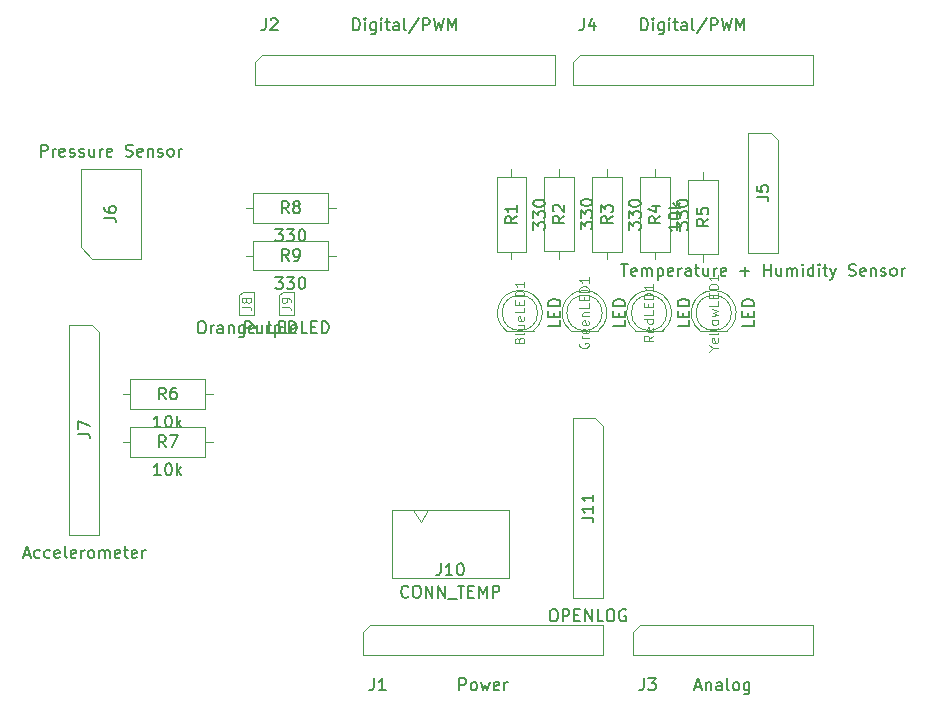
<source format=gbr>
%TF.GenerationSoftware,KiCad,Pcbnew,8.0.8*%
%TF.CreationDate,2025-03-13T23:48:44-06:00*%
%TF.ProjectId,2fib2foib2f,32666962-3266-46f6-9962-32662e6b6963,rev?*%
%TF.SameCoordinates,Original*%
%TF.FileFunction,AssemblyDrawing,Top*%
%FSLAX46Y46*%
G04 Gerber Fmt 4.6, Leading zero omitted, Abs format (unit mm)*
G04 Created by KiCad (PCBNEW 8.0.8) date 2025-03-13 23:48:44*
%MOMM*%
%LPD*%
G01*
G04 APERTURE LIST*
%ADD10C,0.150000*%
%ADD11C,0.114000*%
%ADD12C,0.120000*%
%ADD13C,0.100000*%
G04 APERTURE END LIST*
D10*
X142745000Y-94883819D02*
X142935476Y-94883819D01*
X142935476Y-94883819D02*
X143030714Y-94931438D01*
X143030714Y-94931438D02*
X143125952Y-95026676D01*
X143125952Y-95026676D02*
X143173571Y-95217152D01*
X143173571Y-95217152D02*
X143173571Y-95550485D01*
X143173571Y-95550485D02*
X143125952Y-95740961D01*
X143125952Y-95740961D02*
X143030714Y-95836200D01*
X143030714Y-95836200D02*
X142935476Y-95883819D01*
X142935476Y-95883819D02*
X142745000Y-95883819D01*
X142745000Y-95883819D02*
X142649762Y-95836200D01*
X142649762Y-95836200D02*
X142554524Y-95740961D01*
X142554524Y-95740961D02*
X142506905Y-95550485D01*
X142506905Y-95550485D02*
X142506905Y-95217152D01*
X142506905Y-95217152D02*
X142554524Y-95026676D01*
X142554524Y-95026676D02*
X142649762Y-94931438D01*
X142649762Y-94931438D02*
X142745000Y-94883819D01*
X143602143Y-95883819D02*
X143602143Y-94883819D01*
X143602143Y-94883819D02*
X143983095Y-94883819D01*
X143983095Y-94883819D02*
X144078333Y-94931438D01*
X144078333Y-94931438D02*
X144125952Y-94979057D01*
X144125952Y-94979057D02*
X144173571Y-95074295D01*
X144173571Y-95074295D02*
X144173571Y-95217152D01*
X144173571Y-95217152D02*
X144125952Y-95312390D01*
X144125952Y-95312390D02*
X144078333Y-95360009D01*
X144078333Y-95360009D02*
X143983095Y-95407628D01*
X143983095Y-95407628D02*
X143602143Y-95407628D01*
X144602143Y-95360009D02*
X144935476Y-95360009D01*
X145078333Y-95883819D02*
X144602143Y-95883819D01*
X144602143Y-95883819D02*
X144602143Y-94883819D01*
X144602143Y-94883819D02*
X145078333Y-94883819D01*
X145506905Y-95883819D02*
X145506905Y-94883819D01*
X145506905Y-94883819D02*
X146078333Y-95883819D01*
X146078333Y-95883819D02*
X146078333Y-94883819D01*
X147030714Y-95883819D02*
X146554524Y-95883819D01*
X146554524Y-95883819D02*
X146554524Y-94883819D01*
X147554524Y-94883819D02*
X147745000Y-94883819D01*
X147745000Y-94883819D02*
X147840238Y-94931438D01*
X147840238Y-94931438D02*
X147935476Y-95026676D01*
X147935476Y-95026676D02*
X147983095Y-95217152D01*
X147983095Y-95217152D02*
X147983095Y-95550485D01*
X147983095Y-95550485D02*
X147935476Y-95740961D01*
X147935476Y-95740961D02*
X147840238Y-95836200D01*
X147840238Y-95836200D02*
X147745000Y-95883819D01*
X147745000Y-95883819D02*
X147554524Y-95883819D01*
X147554524Y-95883819D02*
X147459286Y-95836200D01*
X147459286Y-95836200D02*
X147364048Y-95740961D01*
X147364048Y-95740961D02*
X147316429Y-95550485D01*
X147316429Y-95550485D02*
X147316429Y-95217152D01*
X147316429Y-95217152D02*
X147364048Y-95026676D01*
X147364048Y-95026676D02*
X147459286Y-94931438D01*
X147459286Y-94931438D02*
X147554524Y-94883819D01*
X148935476Y-94931438D02*
X148840238Y-94883819D01*
X148840238Y-94883819D02*
X148697381Y-94883819D01*
X148697381Y-94883819D02*
X148554524Y-94931438D01*
X148554524Y-94931438D02*
X148459286Y-95026676D01*
X148459286Y-95026676D02*
X148411667Y-95121914D01*
X148411667Y-95121914D02*
X148364048Y-95312390D01*
X148364048Y-95312390D02*
X148364048Y-95455247D01*
X148364048Y-95455247D02*
X148411667Y-95645723D01*
X148411667Y-95645723D02*
X148459286Y-95740961D01*
X148459286Y-95740961D02*
X148554524Y-95836200D01*
X148554524Y-95836200D02*
X148697381Y-95883819D01*
X148697381Y-95883819D02*
X148792619Y-95883819D01*
X148792619Y-95883819D02*
X148935476Y-95836200D01*
X148935476Y-95836200D02*
X148983095Y-95788580D01*
X148983095Y-95788580D02*
X148983095Y-95455247D01*
X148983095Y-95455247D02*
X148792619Y-95455247D01*
X145199819Y-87118523D02*
X145914104Y-87118523D01*
X145914104Y-87118523D02*
X146056961Y-87166142D01*
X146056961Y-87166142D02*
X146152200Y-87261380D01*
X146152200Y-87261380D02*
X146199819Y-87404237D01*
X146199819Y-87404237D02*
X146199819Y-87499475D01*
X146199819Y-86118523D02*
X146199819Y-86689951D01*
X146199819Y-86404237D02*
X145199819Y-86404237D01*
X145199819Y-86404237D02*
X145342676Y-86499475D01*
X145342676Y-86499475D02*
X145437914Y-86594713D01*
X145437914Y-86594713D02*
X145485533Y-86689951D01*
X146199819Y-85166142D02*
X146199819Y-85737570D01*
X146199819Y-85451856D02*
X145199819Y-85451856D01*
X145199819Y-85451856D02*
X145342676Y-85547094D01*
X145342676Y-85547094D02*
X145437914Y-85642332D01*
X145437914Y-85642332D02*
X145485533Y-85737570D01*
X130528380Y-93783580D02*
X130480761Y-93831200D01*
X130480761Y-93831200D02*
X130337904Y-93878819D01*
X130337904Y-93878819D02*
X130242666Y-93878819D01*
X130242666Y-93878819D02*
X130099809Y-93831200D01*
X130099809Y-93831200D02*
X130004571Y-93735961D01*
X130004571Y-93735961D02*
X129956952Y-93640723D01*
X129956952Y-93640723D02*
X129909333Y-93450247D01*
X129909333Y-93450247D02*
X129909333Y-93307390D01*
X129909333Y-93307390D02*
X129956952Y-93116914D01*
X129956952Y-93116914D02*
X130004571Y-93021676D01*
X130004571Y-93021676D02*
X130099809Y-92926438D01*
X130099809Y-92926438D02*
X130242666Y-92878819D01*
X130242666Y-92878819D02*
X130337904Y-92878819D01*
X130337904Y-92878819D02*
X130480761Y-92926438D01*
X130480761Y-92926438D02*
X130528380Y-92974057D01*
X131147428Y-92878819D02*
X131337904Y-92878819D01*
X131337904Y-92878819D02*
X131433142Y-92926438D01*
X131433142Y-92926438D02*
X131528380Y-93021676D01*
X131528380Y-93021676D02*
X131575999Y-93212152D01*
X131575999Y-93212152D02*
X131575999Y-93545485D01*
X131575999Y-93545485D02*
X131528380Y-93735961D01*
X131528380Y-93735961D02*
X131433142Y-93831200D01*
X131433142Y-93831200D02*
X131337904Y-93878819D01*
X131337904Y-93878819D02*
X131147428Y-93878819D01*
X131147428Y-93878819D02*
X131052190Y-93831200D01*
X131052190Y-93831200D02*
X130956952Y-93735961D01*
X130956952Y-93735961D02*
X130909333Y-93545485D01*
X130909333Y-93545485D02*
X130909333Y-93212152D01*
X130909333Y-93212152D02*
X130956952Y-93021676D01*
X130956952Y-93021676D02*
X131052190Y-92926438D01*
X131052190Y-92926438D02*
X131147428Y-92878819D01*
X132004571Y-93878819D02*
X132004571Y-92878819D01*
X132004571Y-92878819D02*
X132575999Y-93878819D01*
X132575999Y-93878819D02*
X132575999Y-92878819D01*
X133052190Y-93878819D02*
X133052190Y-92878819D01*
X133052190Y-92878819D02*
X133623618Y-93878819D01*
X133623618Y-93878819D02*
X133623618Y-92878819D01*
X133861714Y-93974057D02*
X134623618Y-93974057D01*
X134718857Y-92878819D02*
X135290285Y-92878819D01*
X135004571Y-93878819D02*
X135004571Y-92878819D01*
X135623619Y-93355009D02*
X135956952Y-93355009D01*
X136099809Y-93878819D02*
X135623619Y-93878819D01*
X135623619Y-93878819D02*
X135623619Y-92878819D01*
X135623619Y-92878819D02*
X136099809Y-92878819D01*
X136528381Y-93878819D02*
X136528381Y-92878819D01*
X136528381Y-92878819D02*
X136861714Y-93593104D01*
X136861714Y-93593104D02*
X137195047Y-92878819D01*
X137195047Y-92878819D02*
X137195047Y-93878819D01*
X137671238Y-93878819D02*
X137671238Y-92878819D01*
X137671238Y-92878819D02*
X138052190Y-92878819D01*
X138052190Y-92878819D02*
X138147428Y-92926438D01*
X138147428Y-92926438D02*
X138195047Y-92974057D01*
X138195047Y-92974057D02*
X138242666Y-93069295D01*
X138242666Y-93069295D02*
X138242666Y-93212152D01*
X138242666Y-93212152D02*
X138195047Y-93307390D01*
X138195047Y-93307390D02*
X138147428Y-93355009D01*
X138147428Y-93355009D02*
X138052190Y-93402628D01*
X138052190Y-93402628D02*
X137671238Y-93402628D01*
X133266476Y-90978819D02*
X133266476Y-91693104D01*
X133266476Y-91693104D02*
X133218857Y-91835961D01*
X133218857Y-91835961D02*
X133123619Y-91931200D01*
X133123619Y-91931200D02*
X132980762Y-91978819D01*
X132980762Y-91978819D02*
X132885524Y-91978819D01*
X134266476Y-91978819D02*
X133695048Y-91978819D01*
X133980762Y-91978819D02*
X133980762Y-90978819D01*
X133980762Y-90978819D02*
X133885524Y-91121676D01*
X133885524Y-91121676D02*
X133790286Y-91216914D01*
X133790286Y-91216914D02*
X133695048Y-91264533D01*
X134885524Y-90978819D02*
X134980762Y-90978819D01*
X134980762Y-90978819D02*
X135076000Y-91026438D01*
X135076000Y-91026438D02*
X135123619Y-91074057D01*
X135123619Y-91074057D02*
X135171238Y-91169295D01*
X135171238Y-91169295D02*
X135218857Y-91359771D01*
X135218857Y-91359771D02*
X135218857Y-91597866D01*
X135218857Y-91597866D02*
X135171238Y-91788342D01*
X135171238Y-91788342D02*
X135123619Y-91883580D01*
X135123619Y-91883580D02*
X135076000Y-91931200D01*
X135076000Y-91931200D02*
X134980762Y-91978819D01*
X134980762Y-91978819D02*
X134885524Y-91978819D01*
X134885524Y-91978819D02*
X134790286Y-91931200D01*
X134790286Y-91931200D02*
X134742667Y-91883580D01*
X134742667Y-91883580D02*
X134695048Y-91788342D01*
X134695048Y-91788342D02*
X134647429Y-91597866D01*
X134647429Y-91597866D02*
X134647429Y-91359771D01*
X134647429Y-91359771D02*
X134695048Y-91169295D01*
X134695048Y-91169295D02*
X134742667Y-91074057D01*
X134742667Y-91074057D02*
X134790286Y-91026438D01*
X134790286Y-91026438D02*
X134885524Y-90978819D01*
X119288286Y-66758819D02*
X119907333Y-66758819D01*
X119907333Y-66758819D02*
X119574000Y-67139771D01*
X119574000Y-67139771D02*
X119716857Y-67139771D01*
X119716857Y-67139771D02*
X119812095Y-67187390D01*
X119812095Y-67187390D02*
X119859714Y-67235009D01*
X119859714Y-67235009D02*
X119907333Y-67330247D01*
X119907333Y-67330247D02*
X119907333Y-67568342D01*
X119907333Y-67568342D02*
X119859714Y-67663580D01*
X119859714Y-67663580D02*
X119812095Y-67711200D01*
X119812095Y-67711200D02*
X119716857Y-67758819D01*
X119716857Y-67758819D02*
X119431143Y-67758819D01*
X119431143Y-67758819D02*
X119335905Y-67711200D01*
X119335905Y-67711200D02*
X119288286Y-67663580D01*
X120240667Y-66758819D02*
X120859714Y-66758819D01*
X120859714Y-66758819D02*
X120526381Y-67139771D01*
X120526381Y-67139771D02*
X120669238Y-67139771D01*
X120669238Y-67139771D02*
X120764476Y-67187390D01*
X120764476Y-67187390D02*
X120812095Y-67235009D01*
X120812095Y-67235009D02*
X120859714Y-67330247D01*
X120859714Y-67330247D02*
X120859714Y-67568342D01*
X120859714Y-67568342D02*
X120812095Y-67663580D01*
X120812095Y-67663580D02*
X120764476Y-67711200D01*
X120764476Y-67711200D02*
X120669238Y-67758819D01*
X120669238Y-67758819D02*
X120383524Y-67758819D01*
X120383524Y-67758819D02*
X120288286Y-67711200D01*
X120288286Y-67711200D02*
X120240667Y-67663580D01*
X121478762Y-66758819D02*
X121574000Y-66758819D01*
X121574000Y-66758819D02*
X121669238Y-66806438D01*
X121669238Y-66806438D02*
X121716857Y-66854057D01*
X121716857Y-66854057D02*
X121764476Y-66949295D01*
X121764476Y-66949295D02*
X121812095Y-67139771D01*
X121812095Y-67139771D02*
X121812095Y-67377866D01*
X121812095Y-67377866D02*
X121764476Y-67568342D01*
X121764476Y-67568342D02*
X121716857Y-67663580D01*
X121716857Y-67663580D02*
X121669238Y-67711200D01*
X121669238Y-67711200D02*
X121574000Y-67758819D01*
X121574000Y-67758819D02*
X121478762Y-67758819D01*
X121478762Y-67758819D02*
X121383524Y-67711200D01*
X121383524Y-67711200D02*
X121335905Y-67663580D01*
X121335905Y-67663580D02*
X121288286Y-67568342D01*
X121288286Y-67568342D02*
X121240667Y-67377866D01*
X121240667Y-67377866D02*
X121240667Y-67139771D01*
X121240667Y-67139771D02*
X121288286Y-66949295D01*
X121288286Y-66949295D02*
X121335905Y-66854057D01*
X121335905Y-66854057D02*
X121383524Y-66806438D01*
X121383524Y-66806438D02*
X121478762Y-66758819D01*
X120407333Y-65388819D02*
X120074000Y-64912628D01*
X119835905Y-65388819D02*
X119835905Y-64388819D01*
X119835905Y-64388819D02*
X120216857Y-64388819D01*
X120216857Y-64388819D02*
X120312095Y-64436438D01*
X120312095Y-64436438D02*
X120359714Y-64484057D01*
X120359714Y-64484057D02*
X120407333Y-64579295D01*
X120407333Y-64579295D02*
X120407333Y-64722152D01*
X120407333Y-64722152D02*
X120359714Y-64817390D01*
X120359714Y-64817390D02*
X120312095Y-64865009D01*
X120312095Y-64865009D02*
X120216857Y-64912628D01*
X120216857Y-64912628D02*
X119835905Y-64912628D01*
X120883524Y-65388819D02*
X121074000Y-65388819D01*
X121074000Y-65388819D02*
X121169238Y-65341200D01*
X121169238Y-65341200D02*
X121216857Y-65293580D01*
X121216857Y-65293580D02*
X121312095Y-65150723D01*
X121312095Y-65150723D02*
X121359714Y-64960247D01*
X121359714Y-64960247D02*
X121359714Y-64579295D01*
X121359714Y-64579295D02*
X121312095Y-64484057D01*
X121312095Y-64484057D02*
X121264476Y-64436438D01*
X121264476Y-64436438D02*
X121169238Y-64388819D01*
X121169238Y-64388819D02*
X120978762Y-64388819D01*
X120978762Y-64388819D02*
X120883524Y-64436438D01*
X120883524Y-64436438D02*
X120835905Y-64484057D01*
X120835905Y-64484057D02*
X120788286Y-64579295D01*
X120788286Y-64579295D02*
X120788286Y-64817390D01*
X120788286Y-64817390D02*
X120835905Y-64912628D01*
X120835905Y-64912628D02*
X120883524Y-64960247D01*
X120883524Y-64960247D02*
X120978762Y-65007866D01*
X120978762Y-65007866D02*
X121169238Y-65007866D01*
X121169238Y-65007866D02*
X121264476Y-64960247D01*
X121264476Y-64960247D02*
X121312095Y-64912628D01*
X121312095Y-64912628D02*
X121359714Y-64817390D01*
X119288286Y-62708819D02*
X119907333Y-62708819D01*
X119907333Y-62708819D02*
X119574000Y-63089771D01*
X119574000Y-63089771D02*
X119716857Y-63089771D01*
X119716857Y-63089771D02*
X119812095Y-63137390D01*
X119812095Y-63137390D02*
X119859714Y-63185009D01*
X119859714Y-63185009D02*
X119907333Y-63280247D01*
X119907333Y-63280247D02*
X119907333Y-63518342D01*
X119907333Y-63518342D02*
X119859714Y-63613580D01*
X119859714Y-63613580D02*
X119812095Y-63661200D01*
X119812095Y-63661200D02*
X119716857Y-63708819D01*
X119716857Y-63708819D02*
X119431143Y-63708819D01*
X119431143Y-63708819D02*
X119335905Y-63661200D01*
X119335905Y-63661200D02*
X119288286Y-63613580D01*
X120240667Y-62708819D02*
X120859714Y-62708819D01*
X120859714Y-62708819D02*
X120526381Y-63089771D01*
X120526381Y-63089771D02*
X120669238Y-63089771D01*
X120669238Y-63089771D02*
X120764476Y-63137390D01*
X120764476Y-63137390D02*
X120812095Y-63185009D01*
X120812095Y-63185009D02*
X120859714Y-63280247D01*
X120859714Y-63280247D02*
X120859714Y-63518342D01*
X120859714Y-63518342D02*
X120812095Y-63613580D01*
X120812095Y-63613580D02*
X120764476Y-63661200D01*
X120764476Y-63661200D02*
X120669238Y-63708819D01*
X120669238Y-63708819D02*
X120383524Y-63708819D01*
X120383524Y-63708819D02*
X120288286Y-63661200D01*
X120288286Y-63661200D02*
X120240667Y-63613580D01*
X121478762Y-62708819D02*
X121574000Y-62708819D01*
X121574000Y-62708819D02*
X121669238Y-62756438D01*
X121669238Y-62756438D02*
X121716857Y-62804057D01*
X121716857Y-62804057D02*
X121764476Y-62899295D01*
X121764476Y-62899295D02*
X121812095Y-63089771D01*
X121812095Y-63089771D02*
X121812095Y-63327866D01*
X121812095Y-63327866D02*
X121764476Y-63518342D01*
X121764476Y-63518342D02*
X121716857Y-63613580D01*
X121716857Y-63613580D02*
X121669238Y-63661200D01*
X121669238Y-63661200D02*
X121574000Y-63708819D01*
X121574000Y-63708819D02*
X121478762Y-63708819D01*
X121478762Y-63708819D02*
X121383524Y-63661200D01*
X121383524Y-63661200D02*
X121335905Y-63613580D01*
X121335905Y-63613580D02*
X121288286Y-63518342D01*
X121288286Y-63518342D02*
X121240667Y-63327866D01*
X121240667Y-63327866D02*
X121240667Y-63089771D01*
X121240667Y-63089771D02*
X121288286Y-62899295D01*
X121288286Y-62899295D02*
X121335905Y-62804057D01*
X121335905Y-62804057D02*
X121383524Y-62756438D01*
X121383524Y-62756438D02*
X121478762Y-62708819D01*
X120407333Y-61338819D02*
X120074000Y-60862628D01*
X119835905Y-61338819D02*
X119835905Y-60338819D01*
X119835905Y-60338819D02*
X120216857Y-60338819D01*
X120216857Y-60338819D02*
X120312095Y-60386438D01*
X120312095Y-60386438D02*
X120359714Y-60434057D01*
X120359714Y-60434057D02*
X120407333Y-60529295D01*
X120407333Y-60529295D02*
X120407333Y-60672152D01*
X120407333Y-60672152D02*
X120359714Y-60767390D01*
X120359714Y-60767390D02*
X120312095Y-60815009D01*
X120312095Y-60815009D02*
X120216857Y-60862628D01*
X120216857Y-60862628D02*
X119835905Y-60862628D01*
X120978762Y-60767390D02*
X120883524Y-60719771D01*
X120883524Y-60719771D02*
X120835905Y-60672152D01*
X120835905Y-60672152D02*
X120788286Y-60576914D01*
X120788286Y-60576914D02*
X120788286Y-60529295D01*
X120788286Y-60529295D02*
X120835905Y-60434057D01*
X120835905Y-60434057D02*
X120883524Y-60386438D01*
X120883524Y-60386438D02*
X120978762Y-60338819D01*
X120978762Y-60338819D02*
X121169238Y-60338819D01*
X121169238Y-60338819D02*
X121264476Y-60386438D01*
X121264476Y-60386438D02*
X121312095Y-60434057D01*
X121312095Y-60434057D02*
X121359714Y-60529295D01*
X121359714Y-60529295D02*
X121359714Y-60576914D01*
X121359714Y-60576914D02*
X121312095Y-60672152D01*
X121312095Y-60672152D02*
X121264476Y-60719771D01*
X121264476Y-60719771D02*
X121169238Y-60767390D01*
X121169238Y-60767390D02*
X120978762Y-60767390D01*
X120978762Y-60767390D02*
X120883524Y-60815009D01*
X120883524Y-60815009D02*
X120835905Y-60862628D01*
X120835905Y-60862628D02*
X120788286Y-60957866D01*
X120788286Y-60957866D02*
X120788286Y-61148342D01*
X120788286Y-61148342D02*
X120835905Y-61243580D01*
X120835905Y-61243580D02*
X120883524Y-61291200D01*
X120883524Y-61291200D02*
X120978762Y-61338819D01*
X120978762Y-61338819D02*
X121169238Y-61338819D01*
X121169238Y-61338819D02*
X121264476Y-61291200D01*
X121264476Y-61291200D02*
X121312095Y-61243580D01*
X121312095Y-61243580D02*
X121359714Y-61148342D01*
X121359714Y-61148342D02*
X121359714Y-60957866D01*
X121359714Y-60957866D02*
X121312095Y-60862628D01*
X121312095Y-60862628D02*
X121264476Y-60815009D01*
X121264476Y-60815009D02*
X121169238Y-60767390D01*
X116690190Y-71498819D02*
X116690190Y-70498819D01*
X116690190Y-70498819D02*
X117071142Y-70498819D01*
X117071142Y-70498819D02*
X117166380Y-70546438D01*
X117166380Y-70546438D02*
X117213999Y-70594057D01*
X117213999Y-70594057D02*
X117261618Y-70689295D01*
X117261618Y-70689295D02*
X117261618Y-70832152D01*
X117261618Y-70832152D02*
X117213999Y-70927390D01*
X117213999Y-70927390D02*
X117166380Y-70975009D01*
X117166380Y-70975009D02*
X117071142Y-71022628D01*
X117071142Y-71022628D02*
X116690190Y-71022628D01*
X118118761Y-70832152D02*
X118118761Y-71498819D01*
X117690190Y-70832152D02*
X117690190Y-71355961D01*
X117690190Y-71355961D02*
X117737809Y-71451200D01*
X117737809Y-71451200D02*
X117833047Y-71498819D01*
X117833047Y-71498819D02*
X117975904Y-71498819D01*
X117975904Y-71498819D02*
X118071142Y-71451200D01*
X118071142Y-71451200D02*
X118118761Y-71403580D01*
X118594952Y-71498819D02*
X118594952Y-70832152D01*
X118594952Y-71022628D02*
X118642571Y-70927390D01*
X118642571Y-70927390D02*
X118690190Y-70879771D01*
X118690190Y-70879771D02*
X118785428Y-70832152D01*
X118785428Y-70832152D02*
X118880666Y-70832152D01*
X119214000Y-70832152D02*
X119214000Y-71832152D01*
X119214000Y-70879771D02*
X119309238Y-70832152D01*
X119309238Y-70832152D02*
X119499714Y-70832152D01*
X119499714Y-70832152D02*
X119594952Y-70879771D01*
X119594952Y-70879771D02*
X119642571Y-70927390D01*
X119642571Y-70927390D02*
X119690190Y-71022628D01*
X119690190Y-71022628D02*
X119690190Y-71308342D01*
X119690190Y-71308342D02*
X119642571Y-71403580D01*
X119642571Y-71403580D02*
X119594952Y-71451200D01*
X119594952Y-71451200D02*
X119499714Y-71498819D01*
X119499714Y-71498819D02*
X119309238Y-71498819D01*
X119309238Y-71498819D02*
X119214000Y-71451200D01*
X120261619Y-71498819D02*
X120166381Y-71451200D01*
X120166381Y-71451200D02*
X120118762Y-71355961D01*
X120118762Y-71355961D02*
X120118762Y-70498819D01*
X121023524Y-71451200D02*
X120928286Y-71498819D01*
X120928286Y-71498819D02*
X120737810Y-71498819D01*
X120737810Y-71498819D02*
X120642572Y-71451200D01*
X120642572Y-71451200D02*
X120594953Y-71355961D01*
X120594953Y-71355961D02*
X120594953Y-70975009D01*
X120594953Y-70975009D02*
X120642572Y-70879771D01*
X120642572Y-70879771D02*
X120737810Y-70832152D01*
X120737810Y-70832152D02*
X120928286Y-70832152D01*
X120928286Y-70832152D02*
X121023524Y-70879771D01*
X121023524Y-70879771D02*
X121071143Y-70975009D01*
X121071143Y-70975009D02*
X121071143Y-71070247D01*
X121071143Y-71070247D02*
X120594953Y-71165485D01*
X121975905Y-71498819D02*
X121499715Y-71498819D01*
X121499715Y-71498819D02*
X121499715Y-70498819D01*
X122309239Y-70975009D02*
X122642572Y-70975009D01*
X122785429Y-71498819D02*
X122309239Y-71498819D01*
X122309239Y-71498819D02*
X122309239Y-70498819D01*
X122309239Y-70498819D02*
X122785429Y-70498819D01*
X123214001Y-71498819D02*
X123214001Y-70498819D01*
X123214001Y-70498819D02*
X123452096Y-70498819D01*
X123452096Y-70498819D02*
X123594953Y-70546438D01*
X123594953Y-70546438D02*
X123690191Y-70641676D01*
X123690191Y-70641676D02*
X123737810Y-70736914D01*
X123737810Y-70736914D02*
X123785429Y-70927390D01*
X123785429Y-70927390D02*
X123785429Y-71070247D01*
X123785429Y-71070247D02*
X123737810Y-71260723D01*
X123737810Y-71260723D02*
X123690191Y-71355961D01*
X123690191Y-71355961D02*
X123594953Y-71451200D01*
X123594953Y-71451200D02*
X123452096Y-71498819D01*
X123452096Y-71498819D02*
X123214001Y-71498819D01*
D11*
X119799662Y-69237333D02*
X120342519Y-69237333D01*
X120342519Y-69237333D02*
X120451091Y-69273524D01*
X120451091Y-69273524D02*
X120523472Y-69345905D01*
X120523472Y-69345905D02*
X120559662Y-69454476D01*
X120559662Y-69454476D02*
X120559662Y-69526857D01*
X120559662Y-68839238D02*
X120559662Y-68694476D01*
X120559662Y-68694476D02*
X120523472Y-68622095D01*
X120523472Y-68622095D02*
X120487281Y-68585904D01*
X120487281Y-68585904D02*
X120378710Y-68513523D01*
X120378710Y-68513523D02*
X120233948Y-68477333D01*
X120233948Y-68477333D02*
X119944424Y-68477333D01*
X119944424Y-68477333D02*
X119872043Y-68513523D01*
X119872043Y-68513523D02*
X119835852Y-68549714D01*
X119835852Y-68549714D02*
X119799662Y-68622095D01*
X119799662Y-68622095D02*
X119799662Y-68766857D01*
X119799662Y-68766857D02*
X119835852Y-68839238D01*
X119835852Y-68839238D02*
X119872043Y-68875428D01*
X119872043Y-68875428D02*
X119944424Y-68911619D01*
X119944424Y-68911619D02*
X120125376Y-68911619D01*
X120125376Y-68911619D02*
X120197757Y-68875428D01*
X120197757Y-68875428D02*
X120233948Y-68839238D01*
X120233948Y-68839238D02*
X120270138Y-68766857D01*
X120270138Y-68766857D02*
X120270138Y-68622095D01*
X120270138Y-68622095D02*
X120233948Y-68549714D01*
X120233948Y-68549714D02*
X120197757Y-68513523D01*
X120197757Y-68513523D02*
X120125376Y-68477333D01*
D10*
X112935428Y-70498819D02*
X113125904Y-70498819D01*
X113125904Y-70498819D02*
X113221142Y-70546438D01*
X113221142Y-70546438D02*
X113316380Y-70641676D01*
X113316380Y-70641676D02*
X113363999Y-70832152D01*
X113363999Y-70832152D02*
X113363999Y-71165485D01*
X113363999Y-71165485D02*
X113316380Y-71355961D01*
X113316380Y-71355961D02*
X113221142Y-71451200D01*
X113221142Y-71451200D02*
X113125904Y-71498819D01*
X113125904Y-71498819D02*
X112935428Y-71498819D01*
X112935428Y-71498819D02*
X112840190Y-71451200D01*
X112840190Y-71451200D02*
X112744952Y-71355961D01*
X112744952Y-71355961D02*
X112697333Y-71165485D01*
X112697333Y-71165485D02*
X112697333Y-70832152D01*
X112697333Y-70832152D02*
X112744952Y-70641676D01*
X112744952Y-70641676D02*
X112840190Y-70546438D01*
X112840190Y-70546438D02*
X112935428Y-70498819D01*
X113792571Y-71498819D02*
X113792571Y-70832152D01*
X113792571Y-71022628D02*
X113840190Y-70927390D01*
X113840190Y-70927390D02*
X113887809Y-70879771D01*
X113887809Y-70879771D02*
X113983047Y-70832152D01*
X113983047Y-70832152D02*
X114078285Y-70832152D01*
X114840190Y-71498819D02*
X114840190Y-70975009D01*
X114840190Y-70975009D02*
X114792571Y-70879771D01*
X114792571Y-70879771D02*
X114697333Y-70832152D01*
X114697333Y-70832152D02*
X114506857Y-70832152D01*
X114506857Y-70832152D02*
X114411619Y-70879771D01*
X114840190Y-71451200D02*
X114744952Y-71498819D01*
X114744952Y-71498819D02*
X114506857Y-71498819D01*
X114506857Y-71498819D02*
X114411619Y-71451200D01*
X114411619Y-71451200D02*
X114364000Y-71355961D01*
X114364000Y-71355961D02*
X114364000Y-71260723D01*
X114364000Y-71260723D02*
X114411619Y-71165485D01*
X114411619Y-71165485D02*
X114506857Y-71117866D01*
X114506857Y-71117866D02*
X114744952Y-71117866D01*
X114744952Y-71117866D02*
X114840190Y-71070247D01*
X115316381Y-70832152D02*
X115316381Y-71498819D01*
X115316381Y-70927390D02*
X115364000Y-70879771D01*
X115364000Y-70879771D02*
X115459238Y-70832152D01*
X115459238Y-70832152D02*
X115602095Y-70832152D01*
X115602095Y-70832152D02*
X115697333Y-70879771D01*
X115697333Y-70879771D02*
X115744952Y-70975009D01*
X115744952Y-70975009D02*
X115744952Y-71498819D01*
X116649714Y-70832152D02*
X116649714Y-71641676D01*
X116649714Y-71641676D02*
X116602095Y-71736914D01*
X116602095Y-71736914D02*
X116554476Y-71784533D01*
X116554476Y-71784533D02*
X116459238Y-71832152D01*
X116459238Y-71832152D02*
X116316381Y-71832152D01*
X116316381Y-71832152D02*
X116221143Y-71784533D01*
X116649714Y-71451200D02*
X116554476Y-71498819D01*
X116554476Y-71498819D02*
X116364000Y-71498819D01*
X116364000Y-71498819D02*
X116268762Y-71451200D01*
X116268762Y-71451200D02*
X116221143Y-71403580D01*
X116221143Y-71403580D02*
X116173524Y-71308342D01*
X116173524Y-71308342D02*
X116173524Y-71022628D01*
X116173524Y-71022628D02*
X116221143Y-70927390D01*
X116221143Y-70927390D02*
X116268762Y-70879771D01*
X116268762Y-70879771D02*
X116364000Y-70832152D01*
X116364000Y-70832152D02*
X116554476Y-70832152D01*
X116554476Y-70832152D02*
X116649714Y-70879771D01*
X117506857Y-71451200D02*
X117411619Y-71498819D01*
X117411619Y-71498819D02*
X117221143Y-71498819D01*
X117221143Y-71498819D02*
X117125905Y-71451200D01*
X117125905Y-71451200D02*
X117078286Y-71355961D01*
X117078286Y-71355961D02*
X117078286Y-70975009D01*
X117078286Y-70975009D02*
X117125905Y-70879771D01*
X117125905Y-70879771D02*
X117221143Y-70832152D01*
X117221143Y-70832152D02*
X117411619Y-70832152D01*
X117411619Y-70832152D02*
X117506857Y-70879771D01*
X117506857Y-70879771D02*
X117554476Y-70975009D01*
X117554476Y-70975009D02*
X117554476Y-71070247D01*
X117554476Y-71070247D02*
X117078286Y-71165485D01*
X119221143Y-71498819D02*
X118744953Y-71498819D01*
X118744953Y-71498819D02*
X118744953Y-70498819D01*
X119554477Y-70975009D02*
X119887810Y-70975009D01*
X120030667Y-71498819D02*
X119554477Y-71498819D01*
X119554477Y-71498819D02*
X119554477Y-70498819D01*
X119554477Y-70498819D02*
X120030667Y-70498819D01*
X120459239Y-71498819D02*
X120459239Y-70498819D01*
X120459239Y-70498819D02*
X120697334Y-70498819D01*
X120697334Y-70498819D02*
X120840191Y-70546438D01*
X120840191Y-70546438D02*
X120935429Y-70641676D01*
X120935429Y-70641676D02*
X120983048Y-70736914D01*
X120983048Y-70736914D02*
X121030667Y-70927390D01*
X121030667Y-70927390D02*
X121030667Y-71070247D01*
X121030667Y-71070247D02*
X120983048Y-71260723D01*
X120983048Y-71260723D02*
X120935429Y-71355961D01*
X120935429Y-71355961D02*
X120840191Y-71451200D01*
X120840191Y-71451200D02*
X120697334Y-71498819D01*
X120697334Y-71498819D02*
X120459239Y-71498819D01*
D11*
X116449662Y-69237333D02*
X116992519Y-69237333D01*
X116992519Y-69237333D02*
X117101091Y-69273524D01*
X117101091Y-69273524D02*
X117173472Y-69345905D01*
X117173472Y-69345905D02*
X117209662Y-69454476D01*
X117209662Y-69454476D02*
X117209662Y-69526857D01*
X116775376Y-68766857D02*
X116739186Y-68839238D01*
X116739186Y-68839238D02*
X116702995Y-68875428D01*
X116702995Y-68875428D02*
X116630614Y-68911619D01*
X116630614Y-68911619D02*
X116594424Y-68911619D01*
X116594424Y-68911619D02*
X116522043Y-68875428D01*
X116522043Y-68875428D02*
X116485852Y-68839238D01*
X116485852Y-68839238D02*
X116449662Y-68766857D01*
X116449662Y-68766857D02*
X116449662Y-68622095D01*
X116449662Y-68622095D02*
X116485852Y-68549714D01*
X116485852Y-68549714D02*
X116522043Y-68513523D01*
X116522043Y-68513523D02*
X116594424Y-68477333D01*
X116594424Y-68477333D02*
X116630614Y-68477333D01*
X116630614Y-68477333D02*
X116702995Y-68513523D01*
X116702995Y-68513523D02*
X116739186Y-68549714D01*
X116739186Y-68549714D02*
X116775376Y-68622095D01*
X116775376Y-68622095D02*
X116775376Y-68766857D01*
X116775376Y-68766857D02*
X116811567Y-68839238D01*
X116811567Y-68839238D02*
X116847757Y-68875428D01*
X116847757Y-68875428D02*
X116920138Y-68911619D01*
X116920138Y-68911619D02*
X117064900Y-68911619D01*
X117064900Y-68911619D02*
X117137281Y-68875428D01*
X117137281Y-68875428D02*
X117173472Y-68839238D01*
X117173472Y-68839238D02*
X117209662Y-68766857D01*
X117209662Y-68766857D02*
X117209662Y-68622095D01*
X117209662Y-68622095D02*
X117173472Y-68549714D01*
X117173472Y-68549714D02*
X117137281Y-68513523D01*
X117137281Y-68513523D02*
X117064900Y-68477333D01*
X117064900Y-68477333D02*
X116920138Y-68477333D01*
X116920138Y-68477333D02*
X116847757Y-68513523D01*
X116847757Y-68513523D02*
X116811567Y-68549714D01*
X116811567Y-68549714D02*
X116775376Y-68622095D01*
D10*
X99429237Y-56536819D02*
X99429237Y-55536819D01*
X99429237Y-55536819D02*
X99810189Y-55536819D01*
X99810189Y-55536819D02*
X99905427Y-55584438D01*
X99905427Y-55584438D02*
X99953046Y-55632057D01*
X99953046Y-55632057D02*
X100000665Y-55727295D01*
X100000665Y-55727295D02*
X100000665Y-55870152D01*
X100000665Y-55870152D02*
X99953046Y-55965390D01*
X99953046Y-55965390D02*
X99905427Y-56013009D01*
X99905427Y-56013009D02*
X99810189Y-56060628D01*
X99810189Y-56060628D02*
X99429237Y-56060628D01*
X100429237Y-56536819D02*
X100429237Y-55870152D01*
X100429237Y-56060628D02*
X100476856Y-55965390D01*
X100476856Y-55965390D02*
X100524475Y-55917771D01*
X100524475Y-55917771D02*
X100619713Y-55870152D01*
X100619713Y-55870152D02*
X100714951Y-55870152D01*
X101429237Y-56489200D02*
X101333999Y-56536819D01*
X101333999Y-56536819D02*
X101143523Y-56536819D01*
X101143523Y-56536819D02*
X101048285Y-56489200D01*
X101048285Y-56489200D02*
X101000666Y-56393961D01*
X101000666Y-56393961D02*
X101000666Y-56013009D01*
X101000666Y-56013009D02*
X101048285Y-55917771D01*
X101048285Y-55917771D02*
X101143523Y-55870152D01*
X101143523Y-55870152D02*
X101333999Y-55870152D01*
X101333999Y-55870152D02*
X101429237Y-55917771D01*
X101429237Y-55917771D02*
X101476856Y-56013009D01*
X101476856Y-56013009D02*
X101476856Y-56108247D01*
X101476856Y-56108247D02*
X101000666Y-56203485D01*
X101857809Y-56489200D02*
X101953047Y-56536819D01*
X101953047Y-56536819D02*
X102143523Y-56536819D01*
X102143523Y-56536819D02*
X102238761Y-56489200D01*
X102238761Y-56489200D02*
X102286380Y-56393961D01*
X102286380Y-56393961D02*
X102286380Y-56346342D01*
X102286380Y-56346342D02*
X102238761Y-56251104D01*
X102238761Y-56251104D02*
X102143523Y-56203485D01*
X102143523Y-56203485D02*
X102000666Y-56203485D01*
X102000666Y-56203485D02*
X101905428Y-56155866D01*
X101905428Y-56155866D02*
X101857809Y-56060628D01*
X101857809Y-56060628D02*
X101857809Y-56013009D01*
X101857809Y-56013009D02*
X101905428Y-55917771D01*
X101905428Y-55917771D02*
X102000666Y-55870152D01*
X102000666Y-55870152D02*
X102143523Y-55870152D01*
X102143523Y-55870152D02*
X102238761Y-55917771D01*
X102667333Y-56489200D02*
X102762571Y-56536819D01*
X102762571Y-56536819D02*
X102953047Y-56536819D01*
X102953047Y-56536819D02*
X103048285Y-56489200D01*
X103048285Y-56489200D02*
X103095904Y-56393961D01*
X103095904Y-56393961D02*
X103095904Y-56346342D01*
X103095904Y-56346342D02*
X103048285Y-56251104D01*
X103048285Y-56251104D02*
X102953047Y-56203485D01*
X102953047Y-56203485D02*
X102810190Y-56203485D01*
X102810190Y-56203485D02*
X102714952Y-56155866D01*
X102714952Y-56155866D02*
X102667333Y-56060628D01*
X102667333Y-56060628D02*
X102667333Y-56013009D01*
X102667333Y-56013009D02*
X102714952Y-55917771D01*
X102714952Y-55917771D02*
X102810190Y-55870152D01*
X102810190Y-55870152D02*
X102953047Y-55870152D01*
X102953047Y-55870152D02*
X103048285Y-55917771D01*
X103953047Y-55870152D02*
X103953047Y-56536819D01*
X103524476Y-55870152D02*
X103524476Y-56393961D01*
X103524476Y-56393961D02*
X103572095Y-56489200D01*
X103572095Y-56489200D02*
X103667333Y-56536819D01*
X103667333Y-56536819D02*
X103810190Y-56536819D01*
X103810190Y-56536819D02*
X103905428Y-56489200D01*
X103905428Y-56489200D02*
X103953047Y-56441580D01*
X104429238Y-56536819D02*
X104429238Y-55870152D01*
X104429238Y-56060628D02*
X104476857Y-55965390D01*
X104476857Y-55965390D02*
X104524476Y-55917771D01*
X104524476Y-55917771D02*
X104619714Y-55870152D01*
X104619714Y-55870152D02*
X104714952Y-55870152D01*
X105429238Y-56489200D02*
X105334000Y-56536819D01*
X105334000Y-56536819D02*
X105143524Y-56536819D01*
X105143524Y-56536819D02*
X105048286Y-56489200D01*
X105048286Y-56489200D02*
X105000667Y-56393961D01*
X105000667Y-56393961D02*
X105000667Y-56013009D01*
X105000667Y-56013009D02*
X105048286Y-55917771D01*
X105048286Y-55917771D02*
X105143524Y-55870152D01*
X105143524Y-55870152D02*
X105334000Y-55870152D01*
X105334000Y-55870152D02*
X105429238Y-55917771D01*
X105429238Y-55917771D02*
X105476857Y-56013009D01*
X105476857Y-56013009D02*
X105476857Y-56108247D01*
X105476857Y-56108247D02*
X105000667Y-56203485D01*
X106619715Y-56489200D02*
X106762572Y-56536819D01*
X106762572Y-56536819D02*
X107000667Y-56536819D01*
X107000667Y-56536819D02*
X107095905Y-56489200D01*
X107095905Y-56489200D02*
X107143524Y-56441580D01*
X107143524Y-56441580D02*
X107191143Y-56346342D01*
X107191143Y-56346342D02*
X107191143Y-56251104D01*
X107191143Y-56251104D02*
X107143524Y-56155866D01*
X107143524Y-56155866D02*
X107095905Y-56108247D01*
X107095905Y-56108247D02*
X107000667Y-56060628D01*
X107000667Y-56060628D02*
X106810191Y-56013009D01*
X106810191Y-56013009D02*
X106714953Y-55965390D01*
X106714953Y-55965390D02*
X106667334Y-55917771D01*
X106667334Y-55917771D02*
X106619715Y-55822533D01*
X106619715Y-55822533D02*
X106619715Y-55727295D01*
X106619715Y-55727295D02*
X106667334Y-55632057D01*
X106667334Y-55632057D02*
X106714953Y-55584438D01*
X106714953Y-55584438D02*
X106810191Y-55536819D01*
X106810191Y-55536819D02*
X107048286Y-55536819D01*
X107048286Y-55536819D02*
X107191143Y-55584438D01*
X108000667Y-56489200D02*
X107905429Y-56536819D01*
X107905429Y-56536819D02*
X107714953Y-56536819D01*
X107714953Y-56536819D02*
X107619715Y-56489200D01*
X107619715Y-56489200D02*
X107572096Y-56393961D01*
X107572096Y-56393961D02*
X107572096Y-56013009D01*
X107572096Y-56013009D02*
X107619715Y-55917771D01*
X107619715Y-55917771D02*
X107714953Y-55870152D01*
X107714953Y-55870152D02*
X107905429Y-55870152D01*
X107905429Y-55870152D02*
X108000667Y-55917771D01*
X108000667Y-55917771D02*
X108048286Y-56013009D01*
X108048286Y-56013009D02*
X108048286Y-56108247D01*
X108048286Y-56108247D02*
X107572096Y-56203485D01*
X108476858Y-55870152D02*
X108476858Y-56536819D01*
X108476858Y-55965390D02*
X108524477Y-55917771D01*
X108524477Y-55917771D02*
X108619715Y-55870152D01*
X108619715Y-55870152D02*
X108762572Y-55870152D01*
X108762572Y-55870152D02*
X108857810Y-55917771D01*
X108857810Y-55917771D02*
X108905429Y-56013009D01*
X108905429Y-56013009D02*
X108905429Y-56536819D01*
X109334001Y-56489200D02*
X109429239Y-56536819D01*
X109429239Y-56536819D02*
X109619715Y-56536819D01*
X109619715Y-56536819D02*
X109714953Y-56489200D01*
X109714953Y-56489200D02*
X109762572Y-56393961D01*
X109762572Y-56393961D02*
X109762572Y-56346342D01*
X109762572Y-56346342D02*
X109714953Y-56251104D01*
X109714953Y-56251104D02*
X109619715Y-56203485D01*
X109619715Y-56203485D02*
X109476858Y-56203485D01*
X109476858Y-56203485D02*
X109381620Y-56155866D01*
X109381620Y-56155866D02*
X109334001Y-56060628D01*
X109334001Y-56060628D02*
X109334001Y-56013009D01*
X109334001Y-56013009D02*
X109381620Y-55917771D01*
X109381620Y-55917771D02*
X109476858Y-55870152D01*
X109476858Y-55870152D02*
X109619715Y-55870152D01*
X109619715Y-55870152D02*
X109714953Y-55917771D01*
X110334001Y-56536819D02*
X110238763Y-56489200D01*
X110238763Y-56489200D02*
X110191144Y-56441580D01*
X110191144Y-56441580D02*
X110143525Y-56346342D01*
X110143525Y-56346342D02*
X110143525Y-56060628D01*
X110143525Y-56060628D02*
X110191144Y-55965390D01*
X110191144Y-55965390D02*
X110238763Y-55917771D01*
X110238763Y-55917771D02*
X110334001Y-55870152D01*
X110334001Y-55870152D02*
X110476858Y-55870152D01*
X110476858Y-55870152D02*
X110572096Y-55917771D01*
X110572096Y-55917771D02*
X110619715Y-55965390D01*
X110619715Y-55965390D02*
X110667334Y-56060628D01*
X110667334Y-56060628D02*
X110667334Y-56346342D01*
X110667334Y-56346342D02*
X110619715Y-56441580D01*
X110619715Y-56441580D02*
X110572096Y-56489200D01*
X110572096Y-56489200D02*
X110476858Y-56536819D01*
X110476858Y-56536819D02*
X110334001Y-56536819D01*
X111095906Y-56536819D02*
X111095906Y-55870152D01*
X111095906Y-56060628D02*
X111143525Y-55965390D01*
X111143525Y-55965390D02*
X111191144Y-55917771D01*
X111191144Y-55917771D02*
X111286382Y-55870152D01*
X111286382Y-55870152D02*
X111381620Y-55870152D01*
X104788819Y-61725333D02*
X105503104Y-61725333D01*
X105503104Y-61725333D02*
X105645961Y-61772952D01*
X105645961Y-61772952D02*
X105741200Y-61868190D01*
X105741200Y-61868190D02*
X105788819Y-62011047D01*
X105788819Y-62011047D02*
X105788819Y-62106285D01*
X104788819Y-60820571D02*
X104788819Y-61011047D01*
X104788819Y-61011047D02*
X104836438Y-61106285D01*
X104836438Y-61106285D02*
X104884057Y-61153904D01*
X104884057Y-61153904D02*
X105026914Y-61249142D01*
X105026914Y-61249142D02*
X105217390Y-61296761D01*
X105217390Y-61296761D02*
X105598342Y-61296761D01*
X105598342Y-61296761D02*
X105693580Y-61249142D01*
X105693580Y-61249142D02*
X105741200Y-61201523D01*
X105741200Y-61201523D02*
X105788819Y-61106285D01*
X105788819Y-61106285D02*
X105788819Y-60915809D01*
X105788819Y-60915809D02*
X105741200Y-60820571D01*
X105741200Y-60820571D02*
X105693580Y-60772952D01*
X105693580Y-60772952D02*
X105598342Y-60725333D01*
X105598342Y-60725333D02*
X105360247Y-60725333D01*
X105360247Y-60725333D02*
X105265009Y-60772952D01*
X105265009Y-60772952D02*
X105217390Y-60820571D01*
X105217390Y-60820571D02*
X105169771Y-60915809D01*
X105169771Y-60915809D02*
X105169771Y-61106285D01*
X105169771Y-61106285D02*
X105217390Y-61201523D01*
X105217390Y-61201523D02*
X105265009Y-61249142D01*
X105265009Y-61249142D02*
X105360247Y-61296761D01*
X98004761Y-90239104D02*
X98480951Y-90239104D01*
X97909523Y-90524819D02*
X98242856Y-89524819D01*
X98242856Y-89524819D02*
X98576189Y-90524819D01*
X99338094Y-90477200D02*
X99242856Y-90524819D01*
X99242856Y-90524819D02*
X99052380Y-90524819D01*
X99052380Y-90524819D02*
X98957142Y-90477200D01*
X98957142Y-90477200D02*
X98909523Y-90429580D01*
X98909523Y-90429580D02*
X98861904Y-90334342D01*
X98861904Y-90334342D02*
X98861904Y-90048628D01*
X98861904Y-90048628D02*
X98909523Y-89953390D01*
X98909523Y-89953390D02*
X98957142Y-89905771D01*
X98957142Y-89905771D02*
X99052380Y-89858152D01*
X99052380Y-89858152D02*
X99242856Y-89858152D01*
X99242856Y-89858152D02*
X99338094Y-89905771D01*
X100195237Y-90477200D02*
X100099999Y-90524819D01*
X100099999Y-90524819D02*
X99909523Y-90524819D01*
X99909523Y-90524819D02*
X99814285Y-90477200D01*
X99814285Y-90477200D02*
X99766666Y-90429580D01*
X99766666Y-90429580D02*
X99719047Y-90334342D01*
X99719047Y-90334342D02*
X99719047Y-90048628D01*
X99719047Y-90048628D02*
X99766666Y-89953390D01*
X99766666Y-89953390D02*
X99814285Y-89905771D01*
X99814285Y-89905771D02*
X99909523Y-89858152D01*
X99909523Y-89858152D02*
X100099999Y-89858152D01*
X100099999Y-89858152D02*
X100195237Y-89905771D01*
X101004761Y-90477200D02*
X100909523Y-90524819D01*
X100909523Y-90524819D02*
X100719047Y-90524819D01*
X100719047Y-90524819D02*
X100623809Y-90477200D01*
X100623809Y-90477200D02*
X100576190Y-90381961D01*
X100576190Y-90381961D02*
X100576190Y-90001009D01*
X100576190Y-90001009D02*
X100623809Y-89905771D01*
X100623809Y-89905771D02*
X100719047Y-89858152D01*
X100719047Y-89858152D02*
X100909523Y-89858152D01*
X100909523Y-89858152D02*
X101004761Y-89905771D01*
X101004761Y-89905771D02*
X101052380Y-90001009D01*
X101052380Y-90001009D02*
X101052380Y-90096247D01*
X101052380Y-90096247D02*
X100576190Y-90191485D01*
X101623809Y-90524819D02*
X101528571Y-90477200D01*
X101528571Y-90477200D02*
X101480952Y-90381961D01*
X101480952Y-90381961D02*
X101480952Y-89524819D01*
X102385714Y-90477200D02*
X102290476Y-90524819D01*
X102290476Y-90524819D02*
X102100000Y-90524819D01*
X102100000Y-90524819D02*
X102004762Y-90477200D01*
X102004762Y-90477200D02*
X101957143Y-90381961D01*
X101957143Y-90381961D02*
X101957143Y-90001009D01*
X101957143Y-90001009D02*
X102004762Y-89905771D01*
X102004762Y-89905771D02*
X102100000Y-89858152D01*
X102100000Y-89858152D02*
X102290476Y-89858152D01*
X102290476Y-89858152D02*
X102385714Y-89905771D01*
X102385714Y-89905771D02*
X102433333Y-90001009D01*
X102433333Y-90001009D02*
X102433333Y-90096247D01*
X102433333Y-90096247D02*
X101957143Y-90191485D01*
X102861905Y-90524819D02*
X102861905Y-89858152D01*
X102861905Y-90048628D02*
X102909524Y-89953390D01*
X102909524Y-89953390D02*
X102957143Y-89905771D01*
X102957143Y-89905771D02*
X103052381Y-89858152D01*
X103052381Y-89858152D02*
X103147619Y-89858152D01*
X103623810Y-90524819D02*
X103528572Y-90477200D01*
X103528572Y-90477200D02*
X103480953Y-90429580D01*
X103480953Y-90429580D02*
X103433334Y-90334342D01*
X103433334Y-90334342D02*
X103433334Y-90048628D01*
X103433334Y-90048628D02*
X103480953Y-89953390D01*
X103480953Y-89953390D02*
X103528572Y-89905771D01*
X103528572Y-89905771D02*
X103623810Y-89858152D01*
X103623810Y-89858152D02*
X103766667Y-89858152D01*
X103766667Y-89858152D02*
X103861905Y-89905771D01*
X103861905Y-89905771D02*
X103909524Y-89953390D01*
X103909524Y-89953390D02*
X103957143Y-90048628D01*
X103957143Y-90048628D02*
X103957143Y-90334342D01*
X103957143Y-90334342D02*
X103909524Y-90429580D01*
X103909524Y-90429580D02*
X103861905Y-90477200D01*
X103861905Y-90477200D02*
X103766667Y-90524819D01*
X103766667Y-90524819D02*
X103623810Y-90524819D01*
X104385715Y-90524819D02*
X104385715Y-89858152D01*
X104385715Y-89953390D02*
X104433334Y-89905771D01*
X104433334Y-89905771D02*
X104528572Y-89858152D01*
X104528572Y-89858152D02*
X104671429Y-89858152D01*
X104671429Y-89858152D02*
X104766667Y-89905771D01*
X104766667Y-89905771D02*
X104814286Y-90001009D01*
X104814286Y-90001009D02*
X104814286Y-90524819D01*
X104814286Y-90001009D02*
X104861905Y-89905771D01*
X104861905Y-89905771D02*
X104957143Y-89858152D01*
X104957143Y-89858152D02*
X105100000Y-89858152D01*
X105100000Y-89858152D02*
X105195239Y-89905771D01*
X105195239Y-89905771D02*
X105242858Y-90001009D01*
X105242858Y-90001009D02*
X105242858Y-90524819D01*
X106100000Y-90477200D02*
X106004762Y-90524819D01*
X106004762Y-90524819D02*
X105814286Y-90524819D01*
X105814286Y-90524819D02*
X105719048Y-90477200D01*
X105719048Y-90477200D02*
X105671429Y-90381961D01*
X105671429Y-90381961D02*
X105671429Y-90001009D01*
X105671429Y-90001009D02*
X105719048Y-89905771D01*
X105719048Y-89905771D02*
X105814286Y-89858152D01*
X105814286Y-89858152D02*
X106004762Y-89858152D01*
X106004762Y-89858152D02*
X106100000Y-89905771D01*
X106100000Y-89905771D02*
X106147619Y-90001009D01*
X106147619Y-90001009D02*
X106147619Y-90096247D01*
X106147619Y-90096247D02*
X105671429Y-90191485D01*
X106433334Y-89858152D02*
X106814286Y-89858152D01*
X106576191Y-89524819D02*
X106576191Y-90381961D01*
X106576191Y-90381961D02*
X106623810Y-90477200D01*
X106623810Y-90477200D02*
X106719048Y-90524819D01*
X106719048Y-90524819D02*
X106814286Y-90524819D01*
X107528572Y-90477200D02*
X107433334Y-90524819D01*
X107433334Y-90524819D02*
X107242858Y-90524819D01*
X107242858Y-90524819D02*
X107147620Y-90477200D01*
X107147620Y-90477200D02*
X107100001Y-90381961D01*
X107100001Y-90381961D02*
X107100001Y-90001009D01*
X107100001Y-90001009D02*
X107147620Y-89905771D01*
X107147620Y-89905771D02*
X107242858Y-89858152D01*
X107242858Y-89858152D02*
X107433334Y-89858152D01*
X107433334Y-89858152D02*
X107528572Y-89905771D01*
X107528572Y-89905771D02*
X107576191Y-90001009D01*
X107576191Y-90001009D02*
X107576191Y-90096247D01*
X107576191Y-90096247D02*
X107100001Y-90191485D01*
X108004763Y-90524819D02*
X108004763Y-89858152D01*
X108004763Y-90048628D02*
X108052382Y-89953390D01*
X108052382Y-89953390D02*
X108100001Y-89905771D01*
X108100001Y-89905771D02*
X108195239Y-89858152D01*
X108195239Y-89858152D02*
X108290477Y-89858152D01*
X102554819Y-80013333D02*
X103269104Y-80013333D01*
X103269104Y-80013333D02*
X103411961Y-80060952D01*
X103411961Y-80060952D02*
X103507200Y-80156190D01*
X103507200Y-80156190D02*
X103554819Y-80299047D01*
X103554819Y-80299047D02*
X103554819Y-80394285D01*
X102554819Y-79632380D02*
X102554819Y-78965714D01*
X102554819Y-78965714D02*
X103554819Y-79394285D01*
X109564761Y-83520819D02*
X108993333Y-83520819D01*
X109279047Y-83520819D02*
X109279047Y-82520819D01*
X109279047Y-82520819D02*
X109183809Y-82663676D01*
X109183809Y-82663676D02*
X109088571Y-82758914D01*
X109088571Y-82758914D02*
X108993333Y-82806533D01*
X110183809Y-82520819D02*
X110279047Y-82520819D01*
X110279047Y-82520819D02*
X110374285Y-82568438D01*
X110374285Y-82568438D02*
X110421904Y-82616057D01*
X110421904Y-82616057D02*
X110469523Y-82711295D01*
X110469523Y-82711295D02*
X110517142Y-82901771D01*
X110517142Y-82901771D02*
X110517142Y-83139866D01*
X110517142Y-83139866D02*
X110469523Y-83330342D01*
X110469523Y-83330342D02*
X110421904Y-83425580D01*
X110421904Y-83425580D02*
X110374285Y-83473200D01*
X110374285Y-83473200D02*
X110279047Y-83520819D01*
X110279047Y-83520819D02*
X110183809Y-83520819D01*
X110183809Y-83520819D02*
X110088571Y-83473200D01*
X110088571Y-83473200D02*
X110040952Y-83425580D01*
X110040952Y-83425580D02*
X109993333Y-83330342D01*
X109993333Y-83330342D02*
X109945714Y-83139866D01*
X109945714Y-83139866D02*
X109945714Y-82901771D01*
X109945714Y-82901771D02*
X109993333Y-82711295D01*
X109993333Y-82711295D02*
X110040952Y-82616057D01*
X110040952Y-82616057D02*
X110088571Y-82568438D01*
X110088571Y-82568438D02*
X110183809Y-82520819D01*
X110945714Y-83520819D02*
X110945714Y-82520819D01*
X111040952Y-83139866D02*
X111326666Y-83520819D01*
X111326666Y-82854152D02*
X110945714Y-83235104D01*
X109993333Y-81150819D02*
X109660000Y-80674628D01*
X109421905Y-81150819D02*
X109421905Y-80150819D01*
X109421905Y-80150819D02*
X109802857Y-80150819D01*
X109802857Y-80150819D02*
X109898095Y-80198438D01*
X109898095Y-80198438D02*
X109945714Y-80246057D01*
X109945714Y-80246057D02*
X109993333Y-80341295D01*
X109993333Y-80341295D02*
X109993333Y-80484152D01*
X109993333Y-80484152D02*
X109945714Y-80579390D01*
X109945714Y-80579390D02*
X109898095Y-80627009D01*
X109898095Y-80627009D02*
X109802857Y-80674628D01*
X109802857Y-80674628D02*
X109421905Y-80674628D01*
X110326667Y-80150819D02*
X110993333Y-80150819D01*
X110993333Y-80150819D02*
X110564762Y-81150819D01*
X109564761Y-79470819D02*
X108993333Y-79470819D01*
X109279047Y-79470819D02*
X109279047Y-78470819D01*
X109279047Y-78470819D02*
X109183809Y-78613676D01*
X109183809Y-78613676D02*
X109088571Y-78708914D01*
X109088571Y-78708914D02*
X108993333Y-78756533D01*
X110183809Y-78470819D02*
X110279047Y-78470819D01*
X110279047Y-78470819D02*
X110374285Y-78518438D01*
X110374285Y-78518438D02*
X110421904Y-78566057D01*
X110421904Y-78566057D02*
X110469523Y-78661295D01*
X110469523Y-78661295D02*
X110517142Y-78851771D01*
X110517142Y-78851771D02*
X110517142Y-79089866D01*
X110517142Y-79089866D02*
X110469523Y-79280342D01*
X110469523Y-79280342D02*
X110421904Y-79375580D01*
X110421904Y-79375580D02*
X110374285Y-79423200D01*
X110374285Y-79423200D02*
X110279047Y-79470819D01*
X110279047Y-79470819D02*
X110183809Y-79470819D01*
X110183809Y-79470819D02*
X110088571Y-79423200D01*
X110088571Y-79423200D02*
X110040952Y-79375580D01*
X110040952Y-79375580D02*
X109993333Y-79280342D01*
X109993333Y-79280342D02*
X109945714Y-79089866D01*
X109945714Y-79089866D02*
X109945714Y-78851771D01*
X109945714Y-78851771D02*
X109993333Y-78661295D01*
X109993333Y-78661295D02*
X110040952Y-78566057D01*
X110040952Y-78566057D02*
X110088571Y-78518438D01*
X110088571Y-78518438D02*
X110183809Y-78470819D01*
X110945714Y-79470819D02*
X110945714Y-78470819D01*
X111040952Y-79089866D02*
X111326666Y-79470819D01*
X111326666Y-78804152D02*
X110945714Y-79185104D01*
X109993333Y-77100819D02*
X109660000Y-76624628D01*
X109421905Y-77100819D02*
X109421905Y-76100819D01*
X109421905Y-76100819D02*
X109802857Y-76100819D01*
X109802857Y-76100819D02*
X109898095Y-76148438D01*
X109898095Y-76148438D02*
X109945714Y-76196057D01*
X109945714Y-76196057D02*
X109993333Y-76291295D01*
X109993333Y-76291295D02*
X109993333Y-76434152D01*
X109993333Y-76434152D02*
X109945714Y-76529390D01*
X109945714Y-76529390D02*
X109898095Y-76577009D01*
X109898095Y-76577009D02*
X109802857Y-76624628D01*
X109802857Y-76624628D02*
X109421905Y-76624628D01*
X110850476Y-76100819D02*
X110660000Y-76100819D01*
X110660000Y-76100819D02*
X110564762Y-76148438D01*
X110564762Y-76148438D02*
X110517143Y-76196057D01*
X110517143Y-76196057D02*
X110421905Y-76338914D01*
X110421905Y-76338914D02*
X110374286Y-76529390D01*
X110374286Y-76529390D02*
X110374286Y-76910342D01*
X110374286Y-76910342D02*
X110421905Y-77005580D01*
X110421905Y-77005580D02*
X110469524Y-77053200D01*
X110469524Y-77053200D02*
X110564762Y-77100819D01*
X110564762Y-77100819D02*
X110755238Y-77100819D01*
X110755238Y-77100819D02*
X110850476Y-77053200D01*
X110850476Y-77053200D02*
X110898095Y-77005580D01*
X110898095Y-77005580D02*
X110945714Y-76910342D01*
X110945714Y-76910342D02*
X110945714Y-76672247D01*
X110945714Y-76672247D02*
X110898095Y-76577009D01*
X110898095Y-76577009D02*
X110850476Y-76529390D01*
X110850476Y-76529390D02*
X110755238Y-76481771D01*
X110755238Y-76481771D02*
X110564762Y-76481771D01*
X110564762Y-76481771D02*
X110469524Y-76529390D01*
X110469524Y-76529390D02*
X110421905Y-76577009D01*
X110421905Y-76577009D02*
X110374286Y-76672247D01*
X134853809Y-101724819D02*
X134853809Y-100724819D01*
X134853809Y-100724819D02*
X135234761Y-100724819D01*
X135234761Y-100724819D02*
X135329999Y-100772438D01*
X135329999Y-100772438D02*
X135377618Y-100820057D01*
X135377618Y-100820057D02*
X135425237Y-100915295D01*
X135425237Y-100915295D02*
X135425237Y-101058152D01*
X135425237Y-101058152D02*
X135377618Y-101153390D01*
X135377618Y-101153390D02*
X135329999Y-101201009D01*
X135329999Y-101201009D02*
X135234761Y-101248628D01*
X135234761Y-101248628D02*
X134853809Y-101248628D01*
X135996666Y-101724819D02*
X135901428Y-101677200D01*
X135901428Y-101677200D02*
X135853809Y-101629580D01*
X135853809Y-101629580D02*
X135806190Y-101534342D01*
X135806190Y-101534342D02*
X135806190Y-101248628D01*
X135806190Y-101248628D02*
X135853809Y-101153390D01*
X135853809Y-101153390D02*
X135901428Y-101105771D01*
X135901428Y-101105771D02*
X135996666Y-101058152D01*
X135996666Y-101058152D02*
X136139523Y-101058152D01*
X136139523Y-101058152D02*
X136234761Y-101105771D01*
X136234761Y-101105771D02*
X136282380Y-101153390D01*
X136282380Y-101153390D02*
X136329999Y-101248628D01*
X136329999Y-101248628D02*
X136329999Y-101534342D01*
X136329999Y-101534342D02*
X136282380Y-101629580D01*
X136282380Y-101629580D02*
X136234761Y-101677200D01*
X136234761Y-101677200D02*
X136139523Y-101724819D01*
X136139523Y-101724819D02*
X135996666Y-101724819D01*
X136663333Y-101058152D02*
X136853809Y-101724819D01*
X136853809Y-101724819D02*
X137044285Y-101248628D01*
X137044285Y-101248628D02*
X137234761Y-101724819D01*
X137234761Y-101724819D02*
X137425237Y-101058152D01*
X138187142Y-101677200D02*
X138091904Y-101724819D01*
X138091904Y-101724819D02*
X137901428Y-101724819D01*
X137901428Y-101724819D02*
X137806190Y-101677200D01*
X137806190Y-101677200D02*
X137758571Y-101581961D01*
X137758571Y-101581961D02*
X137758571Y-101201009D01*
X137758571Y-101201009D02*
X137806190Y-101105771D01*
X137806190Y-101105771D02*
X137901428Y-101058152D01*
X137901428Y-101058152D02*
X138091904Y-101058152D01*
X138091904Y-101058152D02*
X138187142Y-101105771D01*
X138187142Y-101105771D02*
X138234761Y-101201009D01*
X138234761Y-101201009D02*
X138234761Y-101296247D01*
X138234761Y-101296247D02*
X137758571Y-101391485D01*
X138663333Y-101724819D02*
X138663333Y-101058152D01*
X138663333Y-101248628D02*
X138710952Y-101153390D01*
X138710952Y-101153390D02*
X138758571Y-101105771D01*
X138758571Y-101105771D02*
X138853809Y-101058152D01*
X138853809Y-101058152D02*
X138949047Y-101058152D01*
X127606666Y-100724819D02*
X127606666Y-101439104D01*
X127606666Y-101439104D02*
X127559047Y-101581961D01*
X127559047Y-101581961D02*
X127463809Y-101677200D01*
X127463809Y-101677200D02*
X127320952Y-101724819D01*
X127320952Y-101724819D02*
X127225714Y-101724819D01*
X128606666Y-101724819D02*
X128035238Y-101724819D01*
X128320952Y-101724819D02*
X128320952Y-100724819D01*
X128320952Y-100724819D02*
X128225714Y-100867676D01*
X128225714Y-100867676D02*
X128130476Y-100962914D01*
X128130476Y-100962914D02*
X128035238Y-101010533D01*
X154840476Y-101439104D02*
X155316666Y-101439104D01*
X154745238Y-101724819D02*
X155078571Y-100724819D01*
X155078571Y-100724819D02*
X155411904Y-101724819D01*
X155745238Y-101058152D02*
X155745238Y-101724819D01*
X155745238Y-101153390D02*
X155792857Y-101105771D01*
X155792857Y-101105771D02*
X155888095Y-101058152D01*
X155888095Y-101058152D02*
X156030952Y-101058152D01*
X156030952Y-101058152D02*
X156126190Y-101105771D01*
X156126190Y-101105771D02*
X156173809Y-101201009D01*
X156173809Y-101201009D02*
X156173809Y-101724819D01*
X157078571Y-101724819D02*
X157078571Y-101201009D01*
X157078571Y-101201009D02*
X157030952Y-101105771D01*
X157030952Y-101105771D02*
X156935714Y-101058152D01*
X156935714Y-101058152D02*
X156745238Y-101058152D01*
X156745238Y-101058152D02*
X156650000Y-101105771D01*
X157078571Y-101677200D02*
X156983333Y-101724819D01*
X156983333Y-101724819D02*
X156745238Y-101724819D01*
X156745238Y-101724819D02*
X156650000Y-101677200D01*
X156650000Y-101677200D02*
X156602381Y-101581961D01*
X156602381Y-101581961D02*
X156602381Y-101486723D01*
X156602381Y-101486723D02*
X156650000Y-101391485D01*
X156650000Y-101391485D02*
X156745238Y-101343866D01*
X156745238Y-101343866D02*
X156983333Y-101343866D01*
X156983333Y-101343866D02*
X157078571Y-101296247D01*
X157697619Y-101724819D02*
X157602381Y-101677200D01*
X157602381Y-101677200D02*
X157554762Y-101581961D01*
X157554762Y-101581961D02*
X157554762Y-100724819D01*
X158221429Y-101724819D02*
X158126191Y-101677200D01*
X158126191Y-101677200D02*
X158078572Y-101629580D01*
X158078572Y-101629580D02*
X158030953Y-101534342D01*
X158030953Y-101534342D02*
X158030953Y-101248628D01*
X158030953Y-101248628D02*
X158078572Y-101153390D01*
X158078572Y-101153390D02*
X158126191Y-101105771D01*
X158126191Y-101105771D02*
X158221429Y-101058152D01*
X158221429Y-101058152D02*
X158364286Y-101058152D01*
X158364286Y-101058152D02*
X158459524Y-101105771D01*
X158459524Y-101105771D02*
X158507143Y-101153390D01*
X158507143Y-101153390D02*
X158554762Y-101248628D01*
X158554762Y-101248628D02*
X158554762Y-101534342D01*
X158554762Y-101534342D02*
X158507143Y-101629580D01*
X158507143Y-101629580D02*
X158459524Y-101677200D01*
X158459524Y-101677200D02*
X158364286Y-101724819D01*
X158364286Y-101724819D02*
X158221429Y-101724819D01*
X159411905Y-101058152D02*
X159411905Y-101867676D01*
X159411905Y-101867676D02*
X159364286Y-101962914D01*
X159364286Y-101962914D02*
X159316667Y-102010533D01*
X159316667Y-102010533D02*
X159221429Y-102058152D01*
X159221429Y-102058152D02*
X159078572Y-102058152D01*
X159078572Y-102058152D02*
X158983334Y-102010533D01*
X159411905Y-101677200D02*
X159316667Y-101724819D01*
X159316667Y-101724819D02*
X159126191Y-101724819D01*
X159126191Y-101724819D02*
X159030953Y-101677200D01*
X159030953Y-101677200D02*
X158983334Y-101629580D01*
X158983334Y-101629580D02*
X158935715Y-101534342D01*
X158935715Y-101534342D02*
X158935715Y-101248628D01*
X158935715Y-101248628D02*
X158983334Y-101153390D01*
X158983334Y-101153390D02*
X159030953Y-101105771D01*
X159030953Y-101105771D02*
X159126191Y-101058152D01*
X159126191Y-101058152D02*
X159316667Y-101058152D01*
X159316667Y-101058152D02*
X159411905Y-101105771D01*
X150466666Y-100724819D02*
X150466666Y-101439104D01*
X150466666Y-101439104D02*
X150419047Y-101581961D01*
X150419047Y-101581961D02*
X150323809Y-101677200D01*
X150323809Y-101677200D02*
X150180952Y-101724819D01*
X150180952Y-101724819D02*
X150085714Y-101724819D01*
X150847619Y-100724819D02*
X151466666Y-100724819D01*
X151466666Y-100724819D02*
X151133333Y-101105771D01*
X151133333Y-101105771D02*
X151276190Y-101105771D01*
X151276190Y-101105771D02*
X151371428Y-101153390D01*
X151371428Y-101153390D02*
X151419047Y-101201009D01*
X151419047Y-101201009D02*
X151466666Y-101296247D01*
X151466666Y-101296247D02*
X151466666Y-101534342D01*
X151466666Y-101534342D02*
X151419047Y-101629580D01*
X151419047Y-101629580D02*
X151371428Y-101677200D01*
X151371428Y-101677200D02*
X151276190Y-101724819D01*
X151276190Y-101724819D02*
X150990476Y-101724819D01*
X150990476Y-101724819D02*
X150895238Y-101677200D01*
X150895238Y-101677200D02*
X150847619Y-101629580D01*
X125868857Y-45844819D02*
X125868857Y-44844819D01*
X125868857Y-44844819D02*
X126106952Y-44844819D01*
X126106952Y-44844819D02*
X126249809Y-44892438D01*
X126249809Y-44892438D02*
X126345047Y-44987676D01*
X126345047Y-44987676D02*
X126392666Y-45082914D01*
X126392666Y-45082914D02*
X126440285Y-45273390D01*
X126440285Y-45273390D02*
X126440285Y-45416247D01*
X126440285Y-45416247D02*
X126392666Y-45606723D01*
X126392666Y-45606723D02*
X126345047Y-45701961D01*
X126345047Y-45701961D02*
X126249809Y-45797200D01*
X126249809Y-45797200D02*
X126106952Y-45844819D01*
X126106952Y-45844819D02*
X125868857Y-45844819D01*
X126868857Y-45844819D02*
X126868857Y-45178152D01*
X126868857Y-44844819D02*
X126821238Y-44892438D01*
X126821238Y-44892438D02*
X126868857Y-44940057D01*
X126868857Y-44940057D02*
X126916476Y-44892438D01*
X126916476Y-44892438D02*
X126868857Y-44844819D01*
X126868857Y-44844819D02*
X126868857Y-44940057D01*
X127773618Y-45178152D02*
X127773618Y-45987676D01*
X127773618Y-45987676D02*
X127725999Y-46082914D01*
X127725999Y-46082914D02*
X127678380Y-46130533D01*
X127678380Y-46130533D02*
X127583142Y-46178152D01*
X127583142Y-46178152D02*
X127440285Y-46178152D01*
X127440285Y-46178152D02*
X127345047Y-46130533D01*
X127773618Y-45797200D02*
X127678380Y-45844819D01*
X127678380Y-45844819D02*
X127487904Y-45844819D01*
X127487904Y-45844819D02*
X127392666Y-45797200D01*
X127392666Y-45797200D02*
X127345047Y-45749580D01*
X127345047Y-45749580D02*
X127297428Y-45654342D01*
X127297428Y-45654342D02*
X127297428Y-45368628D01*
X127297428Y-45368628D02*
X127345047Y-45273390D01*
X127345047Y-45273390D02*
X127392666Y-45225771D01*
X127392666Y-45225771D02*
X127487904Y-45178152D01*
X127487904Y-45178152D02*
X127678380Y-45178152D01*
X127678380Y-45178152D02*
X127773618Y-45225771D01*
X128249809Y-45844819D02*
X128249809Y-45178152D01*
X128249809Y-44844819D02*
X128202190Y-44892438D01*
X128202190Y-44892438D02*
X128249809Y-44940057D01*
X128249809Y-44940057D02*
X128297428Y-44892438D01*
X128297428Y-44892438D02*
X128249809Y-44844819D01*
X128249809Y-44844819D02*
X128249809Y-44940057D01*
X128583142Y-45178152D02*
X128964094Y-45178152D01*
X128725999Y-44844819D02*
X128725999Y-45701961D01*
X128725999Y-45701961D02*
X128773618Y-45797200D01*
X128773618Y-45797200D02*
X128868856Y-45844819D01*
X128868856Y-45844819D02*
X128964094Y-45844819D01*
X129725999Y-45844819D02*
X129725999Y-45321009D01*
X129725999Y-45321009D02*
X129678380Y-45225771D01*
X129678380Y-45225771D02*
X129583142Y-45178152D01*
X129583142Y-45178152D02*
X129392666Y-45178152D01*
X129392666Y-45178152D02*
X129297428Y-45225771D01*
X129725999Y-45797200D02*
X129630761Y-45844819D01*
X129630761Y-45844819D02*
X129392666Y-45844819D01*
X129392666Y-45844819D02*
X129297428Y-45797200D01*
X129297428Y-45797200D02*
X129249809Y-45701961D01*
X129249809Y-45701961D02*
X129249809Y-45606723D01*
X129249809Y-45606723D02*
X129297428Y-45511485D01*
X129297428Y-45511485D02*
X129392666Y-45463866D01*
X129392666Y-45463866D02*
X129630761Y-45463866D01*
X129630761Y-45463866D02*
X129725999Y-45416247D01*
X130345047Y-45844819D02*
X130249809Y-45797200D01*
X130249809Y-45797200D02*
X130202190Y-45701961D01*
X130202190Y-45701961D02*
X130202190Y-44844819D01*
X131440285Y-44797200D02*
X130583143Y-46082914D01*
X131773619Y-45844819D02*
X131773619Y-44844819D01*
X131773619Y-44844819D02*
X132154571Y-44844819D01*
X132154571Y-44844819D02*
X132249809Y-44892438D01*
X132249809Y-44892438D02*
X132297428Y-44940057D01*
X132297428Y-44940057D02*
X132345047Y-45035295D01*
X132345047Y-45035295D02*
X132345047Y-45178152D01*
X132345047Y-45178152D02*
X132297428Y-45273390D01*
X132297428Y-45273390D02*
X132249809Y-45321009D01*
X132249809Y-45321009D02*
X132154571Y-45368628D01*
X132154571Y-45368628D02*
X131773619Y-45368628D01*
X132678381Y-44844819D02*
X132916476Y-45844819D01*
X132916476Y-45844819D02*
X133106952Y-45130533D01*
X133106952Y-45130533D02*
X133297428Y-45844819D01*
X133297428Y-45844819D02*
X133535524Y-44844819D01*
X133916476Y-45844819D02*
X133916476Y-44844819D01*
X133916476Y-44844819D02*
X134249809Y-45559104D01*
X134249809Y-45559104D02*
X134583142Y-44844819D01*
X134583142Y-44844819D02*
X134583142Y-45844819D01*
X118462666Y-44844819D02*
X118462666Y-45559104D01*
X118462666Y-45559104D02*
X118415047Y-45701961D01*
X118415047Y-45701961D02*
X118319809Y-45797200D01*
X118319809Y-45797200D02*
X118176952Y-45844819D01*
X118176952Y-45844819D02*
X118081714Y-45844819D01*
X118891238Y-44940057D02*
X118938857Y-44892438D01*
X118938857Y-44892438D02*
X119034095Y-44844819D01*
X119034095Y-44844819D02*
X119272190Y-44844819D01*
X119272190Y-44844819D02*
X119367428Y-44892438D01*
X119367428Y-44892438D02*
X119415047Y-44940057D01*
X119415047Y-44940057D02*
X119462666Y-45035295D01*
X119462666Y-45035295D02*
X119462666Y-45130533D01*
X119462666Y-45130533D02*
X119415047Y-45273390D01*
X119415047Y-45273390D02*
X118843619Y-45844819D01*
X118843619Y-45844819D02*
X119462666Y-45844819D01*
X150252857Y-45844819D02*
X150252857Y-44844819D01*
X150252857Y-44844819D02*
X150490952Y-44844819D01*
X150490952Y-44844819D02*
X150633809Y-44892438D01*
X150633809Y-44892438D02*
X150729047Y-44987676D01*
X150729047Y-44987676D02*
X150776666Y-45082914D01*
X150776666Y-45082914D02*
X150824285Y-45273390D01*
X150824285Y-45273390D02*
X150824285Y-45416247D01*
X150824285Y-45416247D02*
X150776666Y-45606723D01*
X150776666Y-45606723D02*
X150729047Y-45701961D01*
X150729047Y-45701961D02*
X150633809Y-45797200D01*
X150633809Y-45797200D02*
X150490952Y-45844819D01*
X150490952Y-45844819D02*
X150252857Y-45844819D01*
X151252857Y-45844819D02*
X151252857Y-45178152D01*
X151252857Y-44844819D02*
X151205238Y-44892438D01*
X151205238Y-44892438D02*
X151252857Y-44940057D01*
X151252857Y-44940057D02*
X151300476Y-44892438D01*
X151300476Y-44892438D02*
X151252857Y-44844819D01*
X151252857Y-44844819D02*
X151252857Y-44940057D01*
X152157618Y-45178152D02*
X152157618Y-45987676D01*
X152157618Y-45987676D02*
X152109999Y-46082914D01*
X152109999Y-46082914D02*
X152062380Y-46130533D01*
X152062380Y-46130533D02*
X151967142Y-46178152D01*
X151967142Y-46178152D02*
X151824285Y-46178152D01*
X151824285Y-46178152D02*
X151729047Y-46130533D01*
X152157618Y-45797200D02*
X152062380Y-45844819D01*
X152062380Y-45844819D02*
X151871904Y-45844819D01*
X151871904Y-45844819D02*
X151776666Y-45797200D01*
X151776666Y-45797200D02*
X151729047Y-45749580D01*
X151729047Y-45749580D02*
X151681428Y-45654342D01*
X151681428Y-45654342D02*
X151681428Y-45368628D01*
X151681428Y-45368628D02*
X151729047Y-45273390D01*
X151729047Y-45273390D02*
X151776666Y-45225771D01*
X151776666Y-45225771D02*
X151871904Y-45178152D01*
X151871904Y-45178152D02*
X152062380Y-45178152D01*
X152062380Y-45178152D02*
X152157618Y-45225771D01*
X152633809Y-45844819D02*
X152633809Y-45178152D01*
X152633809Y-44844819D02*
X152586190Y-44892438D01*
X152586190Y-44892438D02*
X152633809Y-44940057D01*
X152633809Y-44940057D02*
X152681428Y-44892438D01*
X152681428Y-44892438D02*
X152633809Y-44844819D01*
X152633809Y-44844819D02*
X152633809Y-44940057D01*
X152967142Y-45178152D02*
X153348094Y-45178152D01*
X153109999Y-44844819D02*
X153109999Y-45701961D01*
X153109999Y-45701961D02*
X153157618Y-45797200D01*
X153157618Y-45797200D02*
X153252856Y-45844819D01*
X153252856Y-45844819D02*
X153348094Y-45844819D01*
X154109999Y-45844819D02*
X154109999Y-45321009D01*
X154109999Y-45321009D02*
X154062380Y-45225771D01*
X154062380Y-45225771D02*
X153967142Y-45178152D01*
X153967142Y-45178152D02*
X153776666Y-45178152D01*
X153776666Y-45178152D02*
X153681428Y-45225771D01*
X154109999Y-45797200D02*
X154014761Y-45844819D01*
X154014761Y-45844819D02*
X153776666Y-45844819D01*
X153776666Y-45844819D02*
X153681428Y-45797200D01*
X153681428Y-45797200D02*
X153633809Y-45701961D01*
X153633809Y-45701961D02*
X153633809Y-45606723D01*
X153633809Y-45606723D02*
X153681428Y-45511485D01*
X153681428Y-45511485D02*
X153776666Y-45463866D01*
X153776666Y-45463866D02*
X154014761Y-45463866D01*
X154014761Y-45463866D02*
X154109999Y-45416247D01*
X154729047Y-45844819D02*
X154633809Y-45797200D01*
X154633809Y-45797200D02*
X154586190Y-45701961D01*
X154586190Y-45701961D02*
X154586190Y-44844819D01*
X155824285Y-44797200D02*
X154967143Y-46082914D01*
X156157619Y-45844819D02*
X156157619Y-44844819D01*
X156157619Y-44844819D02*
X156538571Y-44844819D01*
X156538571Y-44844819D02*
X156633809Y-44892438D01*
X156633809Y-44892438D02*
X156681428Y-44940057D01*
X156681428Y-44940057D02*
X156729047Y-45035295D01*
X156729047Y-45035295D02*
X156729047Y-45178152D01*
X156729047Y-45178152D02*
X156681428Y-45273390D01*
X156681428Y-45273390D02*
X156633809Y-45321009D01*
X156633809Y-45321009D02*
X156538571Y-45368628D01*
X156538571Y-45368628D02*
X156157619Y-45368628D01*
X157062381Y-44844819D02*
X157300476Y-45844819D01*
X157300476Y-45844819D02*
X157490952Y-45130533D01*
X157490952Y-45130533D02*
X157681428Y-45844819D01*
X157681428Y-45844819D02*
X157919524Y-44844819D01*
X158300476Y-45844819D02*
X158300476Y-44844819D01*
X158300476Y-44844819D02*
X158633809Y-45559104D01*
X158633809Y-45559104D02*
X158967142Y-44844819D01*
X158967142Y-44844819D02*
X158967142Y-45844819D01*
X145386666Y-44844819D02*
X145386666Y-45559104D01*
X145386666Y-45559104D02*
X145339047Y-45701961D01*
X145339047Y-45701961D02*
X145243809Y-45797200D01*
X145243809Y-45797200D02*
X145100952Y-45844819D01*
X145100952Y-45844819D02*
X145005714Y-45844819D01*
X146291428Y-45178152D02*
X146291428Y-45844819D01*
X146053333Y-44797200D02*
X145815238Y-45511485D01*
X145815238Y-45511485D02*
X146434285Y-45511485D01*
X145122819Y-62677713D02*
X145122819Y-62058666D01*
X145122819Y-62058666D02*
X145503771Y-62391999D01*
X145503771Y-62391999D02*
X145503771Y-62249142D01*
X145503771Y-62249142D02*
X145551390Y-62153904D01*
X145551390Y-62153904D02*
X145599009Y-62106285D01*
X145599009Y-62106285D02*
X145694247Y-62058666D01*
X145694247Y-62058666D02*
X145932342Y-62058666D01*
X145932342Y-62058666D02*
X146027580Y-62106285D01*
X146027580Y-62106285D02*
X146075200Y-62153904D01*
X146075200Y-62153904D02*
X146122819Y-62249142D01*
X146122819Y-62249142D02*
X146122819Y-62534856D01*
X146122819Y-62534856D02*
X146075200Y-62630094D01*
X146075200Y-62630094D02*
X146027580Y-62677713D01*
X145122819Y-61725332D02*
X145122819Y-61106285D01*
X145122819Y-61106285D02*
X145503771Y-61439618D01*
X145503771Y-61439618D02*
X145503771Y-61296761D01*
X145503771Y-61296761D02*
X145551390Y-61201523D01*
X145551390Y-61201523D02*
X145599009Y-61153904D01*
X145599009Y-61153904D02*
X145694247Y-61106285D01*
X145694247Y-61106285D02*
X145932342Y-61106285D01*
X145932342Y-61106285D02*
X146027580Y-61153904D01*
X146027580Y-61153904D02*
X146075200Y-61201523D01*
X146075200Y-61201523D02*
X146122819Y-61296761D01*
X146122819Y-61296761D02*
X146122819Y-61582475D01*
X146122819Y-61582475D02*
X146075200Y-61677713D01*
X146075200Y-61677713D02*
X146027580Y-61725332D01*
X145122819Y-60487237D02*
X145122819Y-60391999D01*
X145122819Y-60391999D02*
X145170438Y-60296761D01*
X145170438Y-60296761D02*
X145218057Y-60249142D01*
X145218057Y-60249142D02*
X145313295Y-60201523D01*
X145313295Y-60201523D02*
X145503771Y-60153904D01*
X145503771Y-60153904D02*
X145741866Y-60153904D01*
X145741866Y-60153904D02*
X145932342Y-60201523D01*
X145932342Y-60201523D02*
X146027580Y-60249142D01*
X146027580Y-60249142D02*
X146075200Y-60296761D01*
X146075200Y-60296761D02*
X146122819Y-60391999D01*
X146122819Y-60391999D02*
X146122819Y-60487237D01*
X146122819Y-60487237D02*
X146075200Y-60582475D01*
X146075200Y-60582475D02*
X146027580Y-60630094D01*
X146027580Y-60630094D02*
X145932342Y-60677713D01*
X145932342Y-60677713D02*
X145741866Y-60725332D01*
X145741866Y-60725332D02*
X145503771Y-60725332D01*
X145503771Y-60725332D02*
X145313295Y-60677713D01*
X145313295Y-60677713D02*
X145218057Y-60630094D01*
X145218057Y-60630094D02*
X145170438Y-60582475D01*
X145170438Y-60582475D02*
X145122819Y-60487237D01*
X143752819Y-61558666D02*
X143276628Y-61891999D01*
X143752819Y-62130094D02*
X142752819Y-62130094D01*
X142752819Y-62130094D02*
X142752819Y-61749142D01*
X142752819Y-61749142D02*
X142800438Y-61653904D01*
X142800438Y-61653904D02*
X142848057Y-61606285D01*
X142848057Y-61606285D02*
X142943295Y-61558666D01*
X142943295Y-61558666D02*
X143086152Y-61558666D01*
X143086152Y-61558666D02*
X143181390Y-61606285D01*
X143181390Y-61606285D02*
X143229009Y-61653904D01*
X143229009Y-61653904D02*
X143276628Y-61749142D01*
X143276628Y-61749142D02*
X143276628Y-62130094D01*
X142848057Y-61177713D02*
X142800438Y-61130094D01*
X142800438Y-61130094D02*
X142752819Y-61034856D01*
X142752819Y-61034856D02*
X142752819Y-60796761D01*
X142752819Y-60796761D02*
X142800438Y-60701523D01*
X142800438Y-60701523D02*
X142848057Y-60653904D01*
X142848057Y-60653904D02*
X142943295Y-60606285D01*
X142943295Y-60606285D02*
X143038533Y-60606285D01*
X143038533Y-60606285D02*
X143181390Y-60653904D01*
X143181390Y-60653904D02*
X143752819Y-61225332D01*
X143752819Y-61225332D02*
X143752819Y-60606285D01*
X154332819Y-70416857D02*
X154332819Y-70893047D01*
X154332819Y-70893047D02*
X153332819Y-70893047D01*
X153809009Y-70083523D02*
X153809009Y-69750190D01*
X154332819Y-69607333D02*
X154332819Y-70083523D01*
X154332819Y-70083523D02*
X153332819Y-70083523D01*
X153332819Y-70083523D02*
X153332819Y-69607333D01*
X154332819Y-69178761D02*
X153332819Y-69178761D01*
X153332819Y-69178761D02*
X153332819Y-68940666D01*
X153332819Y-68940666D02*
X153380438Y-68797809D01*
X153380438Y-68797809D02*
X153475676Y-68702571D01*
X153475676Y-68702571D02*
X153570914Y-68654952D01*
X153570914Y-68654952D02*
X153761390Y-68607333D01*
X153761390Y-68607333D02*
X153904247Y-68607333D01*
X153904247Y-68607333D02*
X154094723Y-68654952D01*
X154094723Y-68654952D02*
X154189961Y-68702571D01*
X154189961Y-68702571D02*
X154285200Y-68797809D01*
X154285200Y-68797809D02*
X154332819Y-68940666D01*
X154332819Y-68940666D02*
X154332819Y-69178761D01*
D12*
X151281855Y-71697809D02*
X150900902Y-71964476D01*
X151281855Y-72154952D02*
X150481855Y-72154952D01*
X150481855Y-72154952D02*
X150481855Y-71850190D01*
X150481855Y-71850190D02*
X150519950Y-71774000D01*
X150519950Y-71774000D02*
X150558045Y-71735905D01*
X150558045Y-71735905D02*
X150634236Y-71697809D01*
X150634236Y-71697809D02*
X150748521Y-71697809D01*
X150748521Y-71697809D02*
X150824712Y-71735905D01*
X150824712Y-71735905D02*
X150862807Y-71774000D01*
X150862807Y-71774000D02*
X150900902Y-71850190D01*
X150900902Y-71850190D02*
X150900902Y-72154952D01*
X151243760Y-71050190D02*
X151281855Y-71126381D01*
X151281855Y-71126381D02*
X151281855Y-71278762D01*
X151281855Y-71278762D02*
X151243760Y-71354952D01*
X151243760Y-71354952D02*
X151167569Y-71393048D01*
X151167569Y-71393048D02*
X150862807Y-71393048D01*
X150862807Y-71393048D02*
X150786617Y-71354952D01*
X150786617Y-71354952D02*
X150748521Y-71278762D01*
X150748521Y-71278762D02*
X150748521Y-71126381D01*
X150748521Y-71126381D02*
X150786617Y-71050190D01*
X150786617Y-71050190D02*
X150862807Y-71012095D01*
X150862807Y-71012095D02*
X150938998Y-71012095D01*
X150938998Y-71012095D02*
X151015188Y-71393048D01*
X151281855Y-70326381D02*
X150481855Y-70326381D01*
X151243760Y-70326381D02*
X151281855Y-70402572D01*
X151281855Y-70402572D02*
X151281855Y-70554953D01*
X151281855Y-70554953D02*
X151243760Y-70631143D01*
X151243760Y-70631143D02*
X151205664Y-70669238D01*
X151205664Y-70669238D02*
X151129474Y-70707334D01*
X151129474Y-70707334D02*
X150900902Y-70707334D01*
X150900902Y-70707334D02*
X150824712Y-70669238D01*
X150824712Y-70669238D02*
X150786617Y-70631143D01*
X150786617Y-70631143D02*
X150748521Y-70554953D01*
X150748521Y-70554953D02*
X150748521Y-70402572D01*
X150748521Y-70402572D02*
X150786617Y-70326381D01*
X151281855Y-69564476D02*
X151281855Y-69945428D01*
X151281855Y-69945428D02*
X150481855Y-69945428D01*
X150862807Y-69297809D02*
X150862807Y-69031143D01*
X151281855Y-68916857D02*
X151281855Y-69297809D01*
X151281855Y-69297809D02*
X150481855Y-69297809D01*
X150481855Y-69297809D02*
X150481855Y-68916857D01*
X151281855Y-68573999D02*
X150481855Y-68573999D01*
X150481855Y-68573999D02*
X150481855Y-68383523D01*
X150481855Y-68383523D02*
X150519950Y-68269237D01*
X150519950Y-68269237D02*
X150596140Y-68193047D01*
X150596140Y-68193047D02*
X150672331Y-68154952D01*
X150672331Y-68154952D02*
X150824712Y-68116856D01*
X150824712Y-68116856D02*
X150938998Y-68116856D01*
X150938998Y-68116856D02*
X151091379Y-68154952D01*
X151091379Y-68154952D02*
X151167569Y-68193047D01*
X151167569Y-68193047D02*
X151243760Y-68269237D01*
X151243760Y-68269237D02*
X151281855Y-68383523D01*
X151281855Y-68383523D02*
X151281855Y-68573999D01*
X151281855Y-67354952D02*
X151281855Y-67812095D01*
X151281855Y-67583523D02*
X150481855Y-67583523D01*
X150481855Y-67583523D02*
X150596140Y-67659714D01*
X150596140Y-67659714D02*
X150672331Y-67735904D01*
X150672331Y-67735904D02*
X150710426Y-67812095D01*
D10*
X141092819Y-62729713D02*
X141092819Y-62110666D01*
X141092819Y-62110666D02*
X141473771Y-62443999D01*
X141473771Y-62443999D02*
X141473771Y-62301142D01*
X141473771Y-62301142D02*
X141521390Y-62205904D01*
X141521390Y-62205904D02*
X141569009Y-62158285D01*
X141569009Y-62158285D02*
X141664247Y-62110666D01*
X141664247Y-62110666D02*
X141902342Y-62110666D01*
X141902342Y-62110666D02*
X141997580Y-62158285D01*
X141997580Y-62158285D02*
X142045200Y-62205904D01*
X142045200Y-62205904D02*
X142092819Y-62301142D01*
X142092819Y-62301142D02*
X142092819Y-62586856D01*
X142092819Y-62586856D02*
X142045200Y-62682094D01*
X142045200Y-62682094D02*
X141997580Y-62729713D01*
X141092819Y-61777332D02*
X141092819Y-61158285D01*
X141092819Y-61158285D02*
X141473771Y-61491618D01*
X141473771Y-61491618D02*
X141473771Y-61348761D01*
X141473771Y-61348761D02*
X141521390Y-61253523D01*
X141521390Y-61253523D02*
X141569009Y-61205904D01*
X141569009Y-61205904D02*
X141664247Y-61158285D01*
X141664247Y-61158285D02*
X141902342Y-61158285D01*
X141902342Y-61158285D02*
X141997580Y-61205904D01*
X141997580Y-61205904D02*
X142045200Y-61253523D01*
X142045200Y-61253523D02*
X142092819Y-61348761D01*
X142092819Y-61348761D02*
X142092819Y-61634475D01*
X142092819Y-61634475D02*
X142045200Y-61729713D01*
X142045200Y-61729713D02*
X141997580Y-61777332D01*
X141092819Y-60539237D02*
X141092819Y-60443999D01*
X141092819Y-60443999D02*
X141140438Y-60348761D01*
X141140438Y-60348761D02*
X141188057Y-60301142D01*
X141188057Y-60301142D02*
X141283295Y-60253523D01*
X141283295Y-60253523D02*
X141473771Y-60205904D01*
X141473771Y-60205904D02*
X141711866Y-60205904D01*
X141711866Y-60205904D02*
X141902342Y-60253523D01*
X141902342Y-60253523D02*
X141997580Y-60301142D01*
X141997580Y-60301142D02*
X142045200Y-60348761D01*
X142045200Y-60348761D02*
X142092819Y-60443999D01*
X142092819Y-60443999D02*
X142092819Y-60539237D01*
X142092819Y-60539237D02*
X142045200Y-60634475D01*
X142045200Y-60634475D02*
X141997580Y-60682094D01*
X141997580Y-60682094D02*
X141902342Y-60729713D01*
X141902342Y-60729713D02*
X141711866Y-60777332D01*
X141711866Y-60777332D02*
X141473771Y-60777332D01*
X141473771Y-60777332D02*
X141283295Y-60729713D01*
X141283295Y-60729713D02*
X141188057Y-60682094D01*
X141188057Y-60682094D02*
X141140438Y-60634475D01*
X141140438Y-60634475D02*
X141092819Y-60539237D01*
X139722819Y-61610666D02*
X139246628Y-61943999D01*
X139722819Y-62182094D02*
X138722819Y-62182094D01*
X138722819Y-62182094D02*
X138722819Y-61801142D01*
X138722819Y-61801142D02*
X138770438Y-61705904D01*
X138770438Y-61705904D02*
X138818057Y-61658285D01*
X138818057Y-61658285D02*
X138913295Y-61610666D01*
X138913295Y-61610666D02*
X139056152Y-61610666D01*
X139056152Y-61610666D02*
X139151390Y-61658285D01*
X139151390Y-61658285D02*
X139199009Y-61705904D01*
X139199009Y-61705904D02*
X139246628Y-61801142D01*
X139246628Y-61801142D02*
X139246628Y-62182094D01*
X139722819Y-60658285D02*
X139722819Y-61229713D01*
X139722819Y-60943999D02*
X138722819Y-60943999D01*
X138722819Y-60943999D02*
X138865676Y-61039237D01*
X138865676Y-61039237D02*
X138960914Y-61134475D01*
X138960914Y-61134475D02*
X139008533Y-61229713D01*
X148862819Y-70416857D02*
X148862819Y-70893047D01*
X148862819Y-70893047D02*
X147862819Y-70893047D01*
X148339009Y-70083523D02*
X148339009Y-69750190D01*
X148862819Y-69607333D02*
X148862819Y-70083523D01*
X148862819Y-70083523D02*
X147862819Y-70083523D01*
X147862819Y-70083523D02*
X147862819Y-69607333D01*
X148862819Y-69178761D02*
X147862819Y-69178761D01*
X147862819Y-69178761D02*
X147862819Y-68940666D01*
X147862819Y-68940666D02*
X147910438Y-68797809D01*
X147910438Y-68797809D02*
X148005676Y-68702571D01*
X148005676Y-68702571D02*
X148100914Y-68654952D01*
X148100914Y-68654952D02*
X148291390Y-68607333D01*
X148291390Y-68607333D02*
X148434247Y-68607333D01*
X148434247Y-68607333D02*
X148624723Y-68654952D01*
X148624723Y-68654952D02*
X148719961Y-68702571D01*
X148719961Y-68702571D02*
X148815200Y-68797809D01*
X148815200Y-68797809D02*
X148862819Y-68940666D01*
X148862819Y-68940666D02*
X148862819Y-69178761D01*
D12*
X145049950Y-72326381D02*
X145011855Y-72402571D01*
X145011855Y-72402571D02*
X145011855Y-72516857D01*
X145011855Y-72516857D02*
X145049950Y-72631143D01*
X145049950Y-72631143D02*
X145126140Y-72707333D01*
X145126140Y-72707333D02*
X145202331Y-72745428D01*
X145202331Y-72745428D02*
X145354712Y-72783524D01*
X145354712Y-72783524D02*
X145468998Y-72783524D01*
X145468998Y-72783524D02*
X145621379Y-72745428D01*
X145621379Y-72745428D02*
X145697569Y-72707333D01*
X145697569Y-72707333D02*
X145773760Y-72631143D01*
X145773760Y-72631143D02*
X145811855Y-72516857D01*
X145811855Y-72516857D02*
X145811855Y-72440666D01*
X145811855Y-72440666D02*
X145773760Y-72326381D01*
X145773760Y-72326381D02*
X145735664Y-72288285D01*
X145735664Y-72288285D02*
X145468998Y-72288285D01*
X145468998Y-72288285D02*
X145468998Y-72440666D01*
X145811855Y-71945428D02*
X145278521Y-71945428D01*
X145430902Y-71945428D02*
X145354712Y-71907333D01*
X145354712Y-71907333D02*
X145316617Y-71869238D01*
X145316617Y-71869238D02*
X145278521Y-71793047D01*
X145278521Y-71793047D02*
X145278521Y-71716857D01*
X145773760Y-71145428D02*
X145811855Y-71221619D01*
X145811855Y-71221619D02*
X145811855Y-71374000D01*
X145811855Y-71374000D02*
X145773760Y-71450190D01*
X145773760Y-71450190D02*
X145697569Y-71488286D01*
X145697569Y-71488286D02*
X145392807Y-71488286D01*
X145392807Y-71488286D02*
X145316617Y-71450190D01*
X145316617Y-71450190D02*
X145278521Y-71374000D01*
X145278521Y-71374000D02*
X145278521Y-71221619D01*
X145278521Y-71221619D02*
X145316617Y-71145428D01*
X145316617Y-71145428D02*
X145392807Y-71107333D01*
X145392807Y-71107333D02*
X145468998Y-71107333D01*
X145468998Y-71107333D02*
X145545188Y-71488286D01*
X145773760Y-70459714D02*
X145811855Y-70535905D01*
X145811855Y-70535905D02*
X145811855Y-70688286D01*
X145811855Y-70688286D02*
X145773760Y-70764476D01*
X145773760Y-70764476D02*
X145697569Y-70802572D01*
X145697569Y-70802572D02*
X145392807Y-70802572D01*
X145392807Y-70802572D02*
X145316617Y-70764476D01*
X145316617Y-70764476D02*
X145278521Y-70688286D01*
X145278521Y-70688286D02*
X145278521Y-70535905D01*
X145278521Y-70535905D02*
X145316617Y-70459714D01*
X145316617Y-70459714D02*
X145392807Y-70421619D01*
X145392807Y-70421619D02*
X145468998Y-70421619D01*
X145468998Y-70421619D02*
X145545188Y-70802572D01*
X145278521Y-70078762D02*
X145811855Y-70078762D01*
X145354712Y-70078762D02*
X145316617Y-70040667D01*
X145316617Y-70040667D02*
X145278521Y-69964477D01*
X145278521Y-69964477D02*
X145278521Y-69850191D01*
X145278521Y-69850191D02*
X145316617Y-69774000D01*
X145316617Y-69774000D02*
X145392807Y-69735905D01*
X145392807Y-69735905D02*
X145811855Y-69735905D01*
X145811855Y-68974000D02*
X145811855Y-69354952D01*
X145811855Y-69354952D02*
X145011855Y-69354952D01*
X145392807Y-68707333D02*
X145392807Y-68440667D01*
X145811855Y-68326381D02*
X145811855Y-68707333D01*
X145811855Y-68707333D02*
X145011855Y-68707333D01*
X145011855Y-68707333D02*
X145011855Y-68326381D01*
X145811855Y-67983523D02*
X145011855Y-67983523D01*
X145011855Y-67983523D02*
X145011855Y-67793047D01*
X145011855Y-67793047D02*
X145049950Y-67678761D01*
X145049950Y-67678761D02*
X145126140Y-67602571D01*
X145126140Y-67602571D02*
X145202331Y-67564476D01*
X145202331Y-67564476D02*
X145354712Y-67526380D01*
X145354712Y-67526380D02*
X145468998Y-67526380D01*
X145468998Y-67526380D02*
X145621379Y-67564476D01*
X145621379Y-67564476D02*
X145697569Y-67602571D01*
X145697569Y-67602571D02*
X145773760Y-67678761D01*
X145773760Y-67678761D02*
X145811855Y-67793047D01*
X145811855Y-67793047D02*
X145811855Y-67983523D01*
X145811855Y-66764476D02*
X145811855Y-67221619D01*
X145811855Y-66993047D02*
X145011855Y-66993047D01*
X145011855Y-66993047D02*
X145126140Y-67069238D01*
X145126140Y-67069238D02*
X145202331Y-67145428D01*
X145202331Y-67145428D02*
X145240426Y-67221619D01*
D10*
X153574819Y-62241238D02*
X153574819Y-62812666D01*
X153574819Y-62526952D02*
X152574819Y-62526952D01*
X152574819Y-62526952D02*
X152717676Y-62622190D01*
X152717676Y-62622190D02*
X152812914Y-62717428D01*
X152812914Y-62717428D02*
X152860533Y-62812666D01*
X152574819Y-61622190D02*
X152574819Y-61526952D01*
X152574819Y-61526952D02*
X152622438Y-61431714D01*
X152622438Y-61431714D02*
X152670057Y-61384095D01*
X152670057Y-61384095D02*
X152765295Y-61336476D01*
X152765295Y-61336476D02*
X152955771Y-61288857D01*
X152955771Y-61288857D02*
X153193866Y-61288857D01*
X153193866Y-61288857D02*
X153384342Y-61336476D01*
X153384342Y-61336476D02*
X153479580Y-61384095D01*
X153479580Y-61384095D02*
X153527200Y-61431714D01*
X153527200Y-61431714D02*
X153574819Y-61526952D01*
X153574819Y-61526952D02*
X153574819Y-61622190D01*
X153574819Y-61622190D02*
X153527200Y-61717428D01*
X153527200Y-61717428D02*
X153479580Y-61765047D01*
X153479580Y-61765047D02*
X153384342Y-61812666D01*
X153384342Y-61812666D02*
X153193866Y-61860285D01*
X153193866Y-61860285D02*
X152955771Y-61860285D01*
X152955771Y-61860285D02*
X152765295Y-61812666D01*
X152765295Y-61812666D02*
X152670057Y-61765047D01*
X152670057Y-61765047D02*
X152622438Y-61717428D01*
X152622438Y-61717428D02*
X152574819Y-61622190D01*
X153574819Y-60860285D02*
X152574819Y-60860285D01*
X153193866Y-60765047D02*
X153574819Y-60479333D01*
X152908152Y-60479333D02*
X153289104Y-60860285D01*
X155944819Y-61812666D02*
X155468628Y-62145999D01*
X155944819Y-62384094D02*
X154944819Y-62384094D01*
X154944819Y-62384094D02*
X154944819Y-62003142D01*
X154944819Y-62003142D02*
X154992438Y-61907904D01*
X154992438Y-61907904D02*
X155040057Y-61860285D01*
X155040057Y-61860285D02*
X155135295Y-61812666D01*
X155135295Y-61812666D02*
X155278152Y-61812666D01*
X155278152Y-61812666D02*
X155373390Y-61860285D01*
X155373390Y-61860285D02*
X155421009Y-61907904D01*
X155421009Y-61907904D02*
X155468628Y-62003142D01*
X155468628Y-62003142D02*
X155468628Y-62384094D01*
X154944819Y-60907904D02*
X154944819Y-61384094D01*
X154944819Y-61384094D02*
X155421009Y-61431713D01*
X155421009Y-61431713D02*
X155373390Y-61384094D01*
X155373390Y-61384094D02*
X155325771Y-61288856D01*
X155325771Y-61288856D02*
X155325771Y-61050761D01*
X155325771Y-61050761D02*
X155373390Y-60955523D01*
X155373390Y-60955523D02*
X155421009Y-60907904D01*
X155421009Y-60907904D02*
X155516247Y-60860285D01*
X155516247Y-60860285D02*
X155754342Y-60860285D01*
X155754342Y-60860285D02*
X155849580Y-60907904D01*
X155849580Y-60907904D02*
X155897200Y-60955523D01*
X155897200Y-60955523D02*
X155944819Y-61050761D01*
X155944819Y-61050761D02*
X155944819Y-61288856D01*
X155944819Y-61288856D02*
X155897200Y-61384094D01*
X155897200Y-61384094D02*
X155849580Y-61431713D01*
X153242819Y-62729713D02*
X153242819Y-62110666D01*
X153242819Y-62110666D02*
X153623771Y-62443999D01*
X153623771Y-62443999D02*
X153623771Y-62301142D01*
X153623771Y-62301142D02*
X153671390Y-62205904D01*
X153671390Y-62205904D02*
X153719009Y-62158285D01*
X153719009Y-62158285D02*
X153814247Y-62110666D01*
X153814247Y-62110666D02*
X154052342Y-62110666D01*
X154052342Y-62110666D02*
X154147580Y-62158285D01*
X154147580Y-62158285D02*
X154195200Y-62205904D01*
X154195200Y-62205904D02*
X154242819Y-62301142D01*
X154242819Y-62301142D02*
X154242819Y-62586856D01*
X154242819Y-62586856D02*
X154195200Y-62682094D01*
X154195200Y-62682094D02*
X154147580Y-62729713D01*
X153242819Y-61777332D02*
X153242819Y-61158285D01*
X153242819Y-61158285D02*
X153623771Y-61491618D01*
X153623771Y-61491618D02*
X153623771Y-61348761D01*
X153623771Y-61348761D02*
X153671390Y-61253523D01*
X153671390Y-61253523D02*
X153719009Y-61205904D01*
X153719009Y-61205904D02*
X153814247Y-61158285D01*
X153814247Y-61158285D02*
X154052342Y-61158285D01*
X154052342Y-61158285D02*
X154147580Y-61205904D01*
X154147580Y-61205904D02*
X154195200Y-61253523D01*
X154195200Y-61253523D02*
X154242819Y-61348761D01*
X154242819Y-61348761D02*
X154242819Y-61634475D01*
X154242819Y-61634475D02*
X154195200Y-61729713D01*
X154195200Y-61729713D02*
X154147580Y-61777332D01*
X153242819Y-60539237D02*
X153242819Y-60443999D01*
X153242819Y-60443999D02*
X153290438Y-60348761D01*
X153290438Y-60348761D02*
X153338057Y-60301142D01*
X153338057Y-60301142D02*
X153433295Y-60253523D01*
X153433295Y-60253523D02*
X153623771Y-60205904D01*
X153623771Y-60205904D02*
X153861866Y-60205904D01*
X153861866Y-60205904D02*
X154052342Y-60253523D01*
X154052342Y-60253523D02*
X154147580Y-60301142D01*
X154147580Y-60301142D02*
X154195200Y-60348761D01*
X154195200Y-60348761D02*
X154242819Y-60443999D01*
X154242819Y-60443999D02*
X154242819Y-60539237D01*
X154242819Y-60539237D02*
X154195200Y-60634475D01*
X154195200Y-60634475D02*
X154147580Y-60682094D01*
X154147580Y-60682094D02*
X154052342Y-60729713D01*
X154052342Y-60729713D02*
X153861866Y-60777332D01*
X153861866Y-60777332D02*
X153623771Y-60777332D01*
X153623771Y-60777332D02*
X153433295Y-60729713D01*
X153433295Y-60729713D02*
X153338057Y-60682094D01*
X153338057Y-60682094D02*
X153290438Y-60634475D01*
X153290438Y-60634475D02*
X153242819Y-60539237D01*
X151872819Y-61610666D02*
X151396628Y-61943999D01*
X151872819Y-62182094D02*
X150872819Y-62182094D01*
X150872819Y-62182094D02*
X150872819Y-61801142D01*
X150872819Y-61801142D02*
X150920438Y-61705904D01*
X150920438Y-61705904D02*
X150968057Y-61658285D01*
X150968057Y-61658285D02*
X151063295Y-61610666D01*
X151063295Y-61610666D02*
X151206152Y-61610666D01*
X151206152Y-61610666D02*
X151301390Y-61658285D01*
X151301390Y-61658285D02*
X151349009Y-61705904D01*
X151349009Y-61705904D02*
X151396628Y-61801142D01*
X151396628Y-61801142D02*
X151396628Y-62182094D01*
X151206152Y-60753523D02*
X151872819Y-60753523D01*
X150825200Y-60991618D02*
X151539485Y-61229713D01*
X151539485Y-61229713D02*
X151539485Y-60610666D01*
X149192819Y-62729713D02*
X149192819Y-62110666D01*
X149192819Y-62110666D02*
X149573771Y-62443999D01*
X149573771Y-62443999D02*
X149573771Y-62301142D01*
X149573771Y-62301142D02*
X149621390Y-62205904D01*
X149621390Y-62205904D02*
X149669009Y-62158285D01*
X149669009Y-62158285D02*
X149764247Y-62110666D01*
X149764247Y-62110666D02*
X150002342Y-62110666D01*
X150002342Y-62110666D02*
X150097580Y-62158285D01*
X150097580Y-62158285D02*
X150145200Y-62205904D01*
X150145200Y-62205904D02*
X150192819Y-62301142D01*
X150192819Y-62301142D02*
X150192819Y-62586856D01*
X150192819Y-62586856D02*
X150145200Y-62682094D01*
X150145200Y-62682094D02*
X150097580Y-62729713D01*
X149192819Y-61777332D02*
X149192819Y-61158285D01*
X149192819Y-61158285D02*
X149573771Y-61491618D01*
X149573771Y-61491618D02*
X149573771Y-61348761D01*
X149573771Y-61348761D02*
X149621390Y-61253523D01*
X149621390Y-61253523D02*
X149669009Y-61205904D01*
X149669009Y-61205904D02*
X149764247Y-61158285D01*
X149764247Y-61158285D02*
X150002342Y-61158285D01*
X150002342Y-61158285D02*
X150097580Y-61205904D01*
X150097580Y-61205904D02*
X150145200Y-61253523D01*
X150145200Y-61253523D02*
X150192819Y-61348761D01*
X150192819Y-61348761D02*
X150192819Y-61634475D01*
X150192819Y-61634475D02*
X150145200Y-61729713D01*
X150145200Y-61729713D02*
X150097580Y-61777332D01*
X149192819Y-60539237D02*
X149192819Y-60443999D01*
X149192819Y-60443999D02*
X149240438Y-60348761D01*
X149240438Y-60348761D02*
X149288057Y-60301142D01*
X149288057Y-60301142D02*
X149383295Y-60253523D01*
X149383295Y-60253523D02*
X149573771Y-60205904D01*
X149573771Y-60205904D02*
X149811866Y-60205904D01*
X149811866Y-60205904D02*
X150002342Y-60253523D01*
X150002342Y-60253523D02*
X150097580Y-60301142D01*
X150097580Y-60301142D02*
X150145200Y-60348761D01*
X150145200Y-60348761D02*
X150192819Y-60443999D01*
X150192819Y-60443999D02*
X150192819Y-60539237D01*
X150192819Y-60539237D02*
X150145200Y-60634475D01*
X150145200Y-60634475D02*
X150097580Y-60682094D01*
X150097580Y-60682094D02*
X150002342Y-60729713D01*
X150002342Y-60729713D02*
X149811866Y-60777332D01*
X149811866Y-60777332D02*
X149573771Y-60777332D01*
X149573771Y-60777332D02*
X149383295Y-60729713D01*
X149383295Y-60729713D02*
X149288057Y-60682094D01*
X149288057Y-60682094D02*
X149240438Y-60634475D01*
X149240438Y-60634475D02*
X149192819Y-60539237D01*
X147822819Y-61610666D02*
X147346628Y-61943999D01*
X147822819Y-62182094D02*
X146822819Y-62182094D01*
X146822819Y-62182094D02*
X146822819Y-61801142D01*
X146822819Y-61801142D02*
X146870438Y-61705904D01*
X146870438Y-61705904D02*
X146918057Y-61658285D01*
X146918057Y-61658285D02*
X147013295Y-61610666D01*
X147013295Y-61610666D02*
X147156152Y-61610666D01*
X147156152Y-61610666D02*
X147251390Y-61658285D01*
X147251390Y-61658285D02*
X147299009Y-61705904D01*
X147299009Y-61705904D02*
X147346628Y-61801142D01*
X147346628Y-61801142D02*
X147346628Y-62182094D01*
X146822819Y-61277332D02*
X146822819Y-60658285D01*
X146822819Y-60658285D02*
X147203771Y-60991618D01*
X147203771Y-60991618D02*
X147203771Y-60848761D01*
X147203771Y-60848761D02*
X147251390Y-60753523D01*
X147251390Y-60753523D02*
X147299009Y-60705904D01*
X147299009Y-60705904D02*
X147394247Y-60658285D01*
X147394247Y-60658285D02*
X147632342Y-60658285D01*
X147632342Y-60658285D02*
X147727580Y-60705904D01*
X147727580Y-60705904D02*
X147775200Y-60753523D01*
X147775200Y-60753523D02*
X147822819Y-60848761D01*
X147822819Y-60848761D02*
X147822819Y-61134475D01*
X147822819Y-61134475D02*
X147775200Y-61229713D01*
X147775200Y-61229713D02*
X147727580Y-61277332D01*
X143392819Y-70416857D02*
X143392819Y-70893047D01*
X143392819Y-70893047D02*
X142392819Y-70893047D01*
X142869009Y-70083523D02*
X142869009Y-69750190D01*
X143392819Y-69607333D02*
X143392819Y-70083523D01*
X143392819Y-70083523D02*
X142392819Y-70083523D01*
X142392819Y-70083523D02*
X142392819Y-69607333D01*
X143392819Y-69178761D02*
X142392819Y-69178761D01*
X142392819Y-69178761D02*
X142392819Y-68940666D01*
X142392819Y-68940666D02*
X142440438Y-68797809D01*
X142440438Y-68797809D02*
X142535676Y-68702571D01*
X142535676Y-68702571D02*
X142630914Y-68654952D01*
X142630914Y-68654952D02*
X142821390Y-68607333D01*
X142821390Y-68607333D02*
X142964247Y-68607333D01*
X142964247Y-68607333D02*
X143154723Y-68654952D01*
X143154723Y-68654952D02*
X143249961Y-68702571D01*
X143249961Y-68702571D02*
X143345200Y-68797809D01*
X143345200Y-68797809D02*
X143392819Y-68940666D01*
X143392819Y-68940666D02*
X143392819Y-69178761D01*
D12*
X139922807Y-72097810D02*
X139960902Y-71983524D01*
X139960902Y-71983524D02*
X139998998Y-71945429D01*
X139998998Y-71945429D02*
X140075188Y-71907333D01*
X140075188Y-71907333D02*
X140189474Y-71907333D01*
X140189474Y-71907333D02*
X140265664Y-71945429D01*
X140265664Y-71945429D02*
X140303760Y-71983524D01*
X140303760Y-71983524D02*
X140341855Y-72059714D01*
X140341855Y-72059714D02*
X140341855Y-72364476D01*
X140341855Y-72364476D02*
X139541855Y-72364476D01*
X139541855Y-72364476D02*
X139541855Y-72097810D01*
X139541855Y-72097810D02*
X139579950Y-72021619D01*
X139579950Y-72021619D02*
X139618045Y-71983524D01*
X139618045Y-71983524D02*
X139694236Y-71945429D01*
X139694236Y-71945429D02*
X139770426Y-71945429D01*
X139770426Y-71945429D02*
X139846617Y-71983524D01*
X139846617Y-71983524D02*
X139884712Y-72021619D01*
X139884712Y-72021619D02*
X139922807Y-72097810D01*
X139922807Y-72097810D02*
X139922807Y-72364476D01*
X140341855Y-71450191D02*
X140303760Y-71526381D01*
X140303760Y-71526381D02*
X140227569Y-71564476D01*
X140227569Y-71564476D02*
X139541855Y-71564476D01*
X139808521Y-70802571D02*
X140341855Y-70802571D01*
X139808521Y-71145428D02*
X140227569Y-71145428D01*
X140227569Y-71145428D02*
X140303760Y-71107333D01*
X140303760Y-71107333D02*
X140341855Y-71031143D01*
X140341855Y-71031143D02*
X140341855Y-70916857D01*
X140341855Y-70916857D02*
X140303760Y-70840666D01*
X140303760Y-70840666D02*
X140265664Y-70802571D01*
X140303760Y-70116856D02*
X140341855Y-70193047D01*
X140341855Y-70193047D02*
X140341855Y-70345428D01*
X140341855Y-70345428D02*
X140303760Y-70421618D01*
X140303760Y-70421618D02*
X140227569Y-70459714D01*
X140227569Y-70459714D02*
X139922807Y-70459714D01*
X139922807Y-70459714D02*
X139846617Y-70421618D01*
X139846617Y-70421618D02*
X139808521Y-70345428D01*
X139808521Y-70345428D02*
X139808521Y-70193047D01*
X139808521Y-70193047D02*
X139846617Y-70116856D01*
X139846617Y-70116856D02*
X139922807Y-70078761D01*
X139922807Y-70078761D02*
X139998998Y-70078761D01*
X139998998Y-70078761D02*
X140075188Y-70459714D01*
X140341855Y-69354952D02*
X140341855Y-69735904D01*
X140341855Y-69735904D02*
X139541855Y-69735904D01*
X139922807Y-69088285D02*
X139922807Y-68821619D01*
X140341855Y-68707333D02*
X140341855Y-69088285D01*
X140341855Y-69088285D02*
X139541855Y-69088285D01*
X139541855Y-69088285D02*
X139541855Y-68707333D01*
X140341855Y-68364475D02*
X139541855Y-68364475D01*
X139541855Y-68364475D02*
X139541855Y-68173999D01*
X139541855Y-68173999D02*
X139579950Y-68059713D01*
X139579950Y-68059713D02*
X139656140Y-67983523D01*
X139656140Y-67983523D02*
X139732331Y-67945428D01*
X139732331Y-67945428D02*
X139884712Y-67907332D01*
X139884712Y-67907332D02*
X139998998Y-67907332D01*
X139998998Y-67907332D02*
X140151379Y-67945428D01*
X140151379Y-67945428D02*
X140227569Y-67983523D01*
X140227569Y-67983523D02*
X140303760Y-68059713D01*
X140303760Y-68059713D02*
X140341855Y-68173999D01*
X140341855Y-68173999D02*
X140341855Y-68364475D01*
X140341855Y-67145428D02*
X140341855Y-67602571D01*
X140341855Y-67373999D02*
X139541855Y-67373999D01*
X139541855Y-67373999D02*
X139656140Y-67450190D01*
X139656140Y-67450190D02*
X139732331Y-67526380D01*
X139732331Y-67526380D02*
X139770426Y-67602571D01*
D10*
X148546189Y-65648819D02*
X149117617Y-65648819D01*
X148831903Y-66648819D02*
X148831903Y-65648819D01*
X149831903Y-66601200D02*
X149736665Y-66648819D01*
X149736665Y-66648819D02*
X149546189Y-66648819D01*
X149546189Y-66648819D02*
X149450951Y-66601200D01*
X149450951Y-66601200D02*
X149403332Y-66505961D01*
X149403332Y-66505961D02*
X149403332Y-66125009D01*
X149403332Y-66125009D02*
X149450951Y-66029771D01*
X149450951Y-66029771D02*
X149546189Y-65982152D01*
X149546189Y-65982152D02*
X149736665Y-65982152D01*
X149736665Y-65982152D02*
X149831903Y-66029771D01*
X149831903Y-66029771D02*
X149879522Y-66125009D01*
X149879522Y-66125009D02*
X149879522Y-66220247D01*
X149879522Y-66220247D02*
X149403332Y-66315485D01*
X150308094Y-66648819D02*
X150308094Y-65982152D01*
X150308094Y-66077390D02*
X150355713Y-66029771D01*
X150355713Y-66029771D02*
X150450951Y-65982152D01*
X150450951Y-65982152D02*
X150593808Y-65982152D01*
X150593808Y-65982152D02*
X150689046Y-66029771D01*
X150689046Y-66029771D02*
X150736665Y-66125009D01*
X150736665Y-66125009D02*
X150736665Y-66648819D01*
X150736665Y-66125009D02*
X150784284Y-66029771D01*
X150784284Y-66029771D02*
X150879522Y-65982152D01*
X150879522Y-65982152D02*
X151022379Y-65982152D01*
X151022379Y-65982152D02*
X151117618Y-66029771D01*
X151117618Y-66029771D02*
X151165237Y-66125009D01*
X151165237Y-66125009D02*
X151165237Y-66648819D01*
X151641427Y-65982152D02*
X151641427Y-66982152D01*
X151641427Y-66029771D02*
X151736665Y-65982152D01*
X151736665Y-65982152D02*
X151927141Y-65982152D01*
X151927141Y-65982152D02*
X152022379Y-66029771D01*
X152022379Y-66029771D02*
X152069998Y-66077390D01*
X152069998Y-66077390D02*
X152117617Y-66172628D01*
X152117617Y-66172628D02*
X152117617Y-66458342D01*
X152117617Y-66458342D02*
X152069998Y-66553580D01*
X152069998Y-66553580D02*
X152022379Y-66601200D01*
X152022379Y-66601200D02*
X151927141Y-66648819D01*
X151927141Y-66648819D02*
X151736665Y-66648819D01*
X151736665Y-66648819D02*
X151641427Y-66601200D01*
X152927141Y-66601200D02*
X152831903Y-66648819D01*
X152831903Y-66648819D02*
X152641427Y-66648819D01*
X152641427Y-66648819D02*
X152546189Y-66601200D01*
X152546189Y-66601200D02*
X152498570Y-66505961D01*
X152498570Y-66505961D02*
X152498570Y-66125009D01*
X152498570Y-66125009D02*
X152546189Y-66029771D01*
X152546189Y-66029771D02*
X152641427Y-65982152D01*
X152641427Y-65982152D02*
X152831903Y-65982152D01*
X152831903Y-65982152D02*
X152927141Y-66029771D01*
X152927141Y-66029771D02*
X152974760Y-66125009D01*
X152974760Y-66125009D02*
X152974760Y-66220247D01*
X152974760Y-66220247D02*
X152498570Y-66315485D01*
X153403332Y-66648819D02*
X153403332Y-65982152D01*
X153403332Y-66172628D02*
X153450951Y-66077390D01*
X153450951Y-66077390D02*
X153498570Y-66029771D01*
X153498570Y-66029771D02*
X153593808Y-65982152D01*
X153593808Y-65982152D02*
X153689046Y-65982152D01*
X154450951Y-66648819D02*
X154450951Y-66125009D01*
X154450951Y-66125009D02*
X154403332Y-66029771D01*
X154403332Y-66029771D02*
X154308094Y-65982152D01*
X154308094Y-65982152D02*
X154117618Y-65982152D01*
X154117618Y-65982152D02*
X154022380Y-66029771D01*
X154450951Y-66601200D02*
X154355713Y-66648819D01*
X154355713Y-66648819D02*
X154117618Y-66648819D01*
X154117618Y-66648819D02*
X154022380Y-66601200D01*
X154022380Y-66601200D02*
X153974761Y-66505961D01*
X153974761Y-66505961D02*
X153974761Y-66410723D01*
X153974761Y-66410723D02*
X154022380Y-66315485D01*
X154022380Y-66315485D02*
X154117618Y-66267866D01*
X154117618Y-66267866D02*
X154355713Y-66267866D01*
X154355713Y-66267866D02*
X154450951Y-66220247D01*
X154784285Y-65982152D02*
X155165237Y-65982152D01*
X154927142Y-65648819D02*
X154927142Y-66505961D01*
X154927142Y-66505961D02*
X154974761Y-66601200D01*
X154974761Y-66601200D02*
X155069999Y-66648819D01*
X155069999Y-66648819D02*
X155165237Y-66648819D01*
X155927142Y-65982152D02*
X155927142Y-66648819D01*
X155498571Y-65982152D02*
X155498571Y-66505961D01*
X155498571Y-66505961D02*
X155546190Y-66601200D01*
X155546190Y-66601200D02*
X155641428Y-66648819D01*
X155641428Y-66648819D02*
X155784285Y-66648819D01*
X155784285Y-66648819D02*
X155879523Y-66601200D01*
X155879523Y-66601200D02*
X155927142Y-66553580D01*
X156403333Y-66648819D02*
X156403333Y-65982152D01*
X156403333Y-66172628D02*
X156450952Y-66077390D01*
X156450952Y-66077390D02*
X156498571Y-66029771D01*
X156498571Y-66029771D02*
X156593809Y-65982152D01*
X156593809Y-65982152D02*
X156689047Y-65982152D01*
X157403333Y-66601200D02*
X157308095Y-66648819D01*
X157308095Y-66648819D02*
X157117619Y-66648819D01*
X157117619Y-66648819D02*
X157022381Y-66601200D01*
X157022381Y-66601200D02*
X156974762Y-66505961D01*
X156974762Y-66505961D02*
X156974762Y-66125009D01*
X156974762Y-66125009D02*
X157022381Y-66029771D01*
X157022381Y-66029771D02*
X157117619Y-65982152D01*
X157117619Y-65982152D02*
X157308095Y-65982152D01*
X157308095Y-65982152D02*
X157403333Y-66029771D01*
X157403333Y-66029771D02*
X157450952Y-66125009D01*
X157450952Y-66125009D02*
X157450952Y-66220247D01*
X157450952Y-66220247D02*
X156974762Y-66315485D01*
X158641429Y-66267866D02*
X159403334Y-66267866D01*
X159022381Y-66648819D02*
X159022381Y-65886914D01*
X160641429Y-66648819D02*
X160641429Y-65648819D01*
X160641429Y-66125009D02*
X161212857Y-66125009D01*
X161212857Y-66648819D02*
X161212857Y-65648819D01*
X162117619Y-65982152D02*
X162117619Y-66648819D01*
X161689048Y-65982152D02*
X161689048Y-66505961D01*
X161689048Y-66505961D02*
X161736667Y-66601200D01*
X161736667Y-66601200D02*
X161831905Y-66648819D01*
X161831905Y-66648819D02*
X161974762Y-66648819D01*
X161974762Y-66648819D02*
X162070000Y-66601200D01*
X162070000Y-66601200D02*
X162117619Y-66553580D01*
X162593810Y-66648819D02*
X162593810Y-65982152D01*
X162593810Y-66077390D02*
X162641429Y-66029771D01*
X162641429Y-66029771D02*
X162736667Y-65982152D01*
X162736667Y-65982152D02*
X162879524Y-65982152D01*
X162879524Y-65982152D02*
X162974762Y-66029771D01*
X162974762Y-66029771D02*
X163022381Y-66125009D01*
X163022381Y-66125009D02*
X163022381Y-66648819D01*
X163022381Y-66125009D02*
X163070000Y-66029771D01*
X163070000Y-66029771D02*
X163165238Y-65982152D01*
X163165238Y-65982152D02*
X163308095Y-65982152D01*
X163308095Y-65982152D02*
X163403334Y-66029771D01*
X163403334Y-66029771D02*
X163450953Y-66125009D01*
X163450953Y-66125009D02*
X163450953Y-66648819D01*
X163927143Y-66648819D02*
X163927143Y-65982152D01*
X163927143Y-65648819D02*
X163879524Y-65696438D01*
X163879524Y-65696438D02*
X163927143Y-65744057D01*
X163927143Y-65744057D02*
X163974762Y-65696438D01*
X163974762Y-65696438D02*
X163927143Y-65648819D01*
X163927143Y-65648819D02*
X163927143Y-65744057D01*
X164831904Y-66648819D02*
X164831904Y-65648819D01*
X164831904Y-66601200D02*
X164736666Y-66648819D01*
X164736666Y-66648819D02*
X164546190Y-66648819D01*
X164546190Y-66648819D02*
X164450952Y-66601200D01*
X164450952Y-66601200D02*
X164403333Y-66553580D01*
X164403333Y-66553580D02*
X164355714Y-66458342D01*
X164355714Y-66458342D02*
X164355714Y-66172628D01*
X164355714Y-66172628D02*
X164403333Y-66077390D01*
X164403333Y-66077390D02*
X164450952Y-66029771D01*
X164450952Y-66029771D02*
X164546190Y-65982152D01*
X164546190Y-65982152D02*
X164736666Y-65982152D01*
X164736666Y-65982152D02*
X164831904Y-66029771D01*
X165308095Y-66648819D02*
X165308095Y-65982152D01*
X165308095Y-65648819D02*
X165260476Y-65696438D01*
X165260476Y-65696438D02*
X165308095Y-65744057D01*
X165308095Y-65744057D02*
X165355714Y-65696438D01*
X165355714Y-65696438D02*
X165308095Y-65648819D01*
X165308095Y-65648819D02*
X165308095Y-65744057D01*
X165641428Y-65982152D02*
X166022380Y-65982152D01*
X165784285Y-65648819D02*
X165784285Y-66505961D01*
X165784285Y-66505961D02*
X165831904Y-66601200D01*
X165831904Y-66601200D02*
X165927142Y-66648819D01*
X165927142Y-66648819D02*
X166022380Y-66648819D01*
X166260476Y-65982152D02*
X166498571Y-66648819D01*
X166736666Y-65982152D02*
X166498571Y-66648819D01*
X166498571Y-66648819D02*
X166403333Y-66886914D01*
X166403333Y-66886914D02*
X166355714Y-66934533D01*
X166355714Y-66934533D02*
X166260476Y-66982152D01*
X167831905Y-66601200D02*
X167974762Y-66648819D01*
X167974762Y-66648819D02*
X168212857Y-66648819D01*
X168212857Y-66648819D02*
X168308095Y-66601200D01*
X168308095Y-66601200D02*
X168355714Y-66553580D01*
X168355714Y-66553580D02*
X168403333Y-66458342D01*
X168403333Y-66458342D02*
X168403333Y-66363104D01*
X168403333Y-66363104D02*
X168355714Y-66267866D01*
X168355714Y-66267866D02*
X168308095Y-66220247D01*
X168308095Y-66220247D02*
X168212857Y-66172628D01*
X168212857Y-66172628D02*
X168022381Y-66125009D01*
X168022381Y-66125009D02*
X167927143Y-66077390D01*
X167927143Y-66077390D02*
X167879524Y-66029771D01*
X167879524Y-66029771D02*
X167831905Y-65934533D01*
X167831905Y-65934533D02*
X167831905Y-65839295D01*
X167831905Y-65839295D02*
X167879524Y-65744057D01*
X167879524Y-65744057D02*
X167927143Y-65696438D01*
X167927143Y-65696438D02*
X168022381Y-65648819D01*
X168022381Y-65648819D02*
X168260476Y-65648819D01*
X168260476Y-65648819D02*
X168403333Y-65696438D01*
X169212857Y-66601200D02*
X169117619Y-66648819D01*
X169117619Y-66648819D02*
X168927143Y-66648819D01*
X168927143Y-66648819D02*
X168831905Y-66601200D01*
X168831905Y-66601200D02*
X168784286Y-66505961D01*
X168784286Y-66505961D02*
X168784286Y-66125009D01*
X168784286Y-66125009D02*
X168831905Y-66029771D01*
X168831905Y-66029771D02*
X168927143Y-65982152D01*
X168927143Y-65982152D02*
X169117619Y-65982152D01*
X169117619Y-65982152D02*
X169212857Y-66029771D01*
X169212857Y-66029771D02*
X169260476Y-66125009D01*
X169260476Y-66125009D02*
X169260476Y-66220247D01*
X169260476Y-66220247D02*
X168784286Y-66315485D01*
X169689048Y-65982152D02*
X169689048Y-66648819D01*
X169689048Y-66077390D02*
X169736667Y-66029771D01*
X169736667Y-66029771D02*
X169831905Y-65982152D01*
X169831905Y-65982152D02*
X169974762Y-65982152D01*
X169974762Y-65982152D02*
X170070000Y-66029771D01*
X170070000Y-66029771D02*
X170117619Y-66125009D01*
X170117619Y-66125009D02*
X170117619Y-66648819D01*
X170546191Y-66601200D02*
X170641429Y-66648819D01*
X170641429Y-66648819D02*
X170831905Y-66648819D01*
X170831905Y-66648819D02*
X170927143Y-66601200D01*
X170927143Y-66601200D02*
X170974762Y-66505961D01*
X170974762Y-66505961D02*
X170974762Y-66458342D01*
X170974762Y-66458342D02*
X170927143Y-66363104D01*
X170927143Y-66363104D02*
X170831905Y-66315485D01*
X170831905Y-66315485D02*
X170689048Y-66315485D01*
X170689048Y-66315485D02*
X170593810Y-66267866D01*
X170593810Y-66267866D02*
X170546191Y-66172628D01*
X170546191Y-66172628D02*
X170546191Y-66125009D01*
X170546191Y-66125009D02*
X170593810Y-66029771D01*
X170593810Y-66029771D02*
X170689048Y-65982152D01*
X170689048Y-65982152D02*
X170831905Y-65982152D01*
X170831905Y-65982152D02*
X170927143Y-66029771D01*
X171546191Y-66648819D02*
X171450953Y-66601200D01*
X171450953Y-66601200D02*
X171403334Y-66553580D01*
X171403334Y-66553580D02*
X171355715Y-66458342D01*
X171355715Y-66458342D02*
X171355715Y-66172628D01*
X171355715Y-66172628D02*
X171403334Y-66077390D01*
X171403334Y-66077390D02*
X171450953Y-66029771D01*
X171450953Y-66029771D02*
X171546191Y-65982152D01*
X171546191Y-65982152D02*
X171689048Y-65982152D01*
X171689048Y-65982152D02*
X171784286Y-66029771D01*
X171784286Y-66029771D02*
X171831905Y-66077390D01*
X171831905Y-66077390D02*
X171879524Y-66172628D01*
X171879524Y-66172628D02*
X171879524Y-66458342D01*
X171879524Y-66458342D02*
X171831905Y-66553580D01*
X171831905Y-66553580D02*
X171784286Y-66601200D01*
X171784286Y-66601200D02*
X171689048Y-66648819D01*
X171689048Y-66648819D02*
X171546191Y-66648819D01*
X172308096Y-66648819D02*
X172308096Y-65982152D01*
X172308096Y-66172628D02*
X172355715Y-66077390D01*
X172355715Y-66077390D02*
X172403334Y-66029771D01*
X172403334Y-66029771D02*
X172498572Y-65982152D01*
X172498572Y-65982152D02*
X172593810Y-65982152D01*
X160024819Y-59947333D02*
X160739104Y-59947333D01*
X160739104Y-59947333D02*
X160881961Y-59994952D01*
X160881961Y-59994952D02*
X160977200Y-60090190D01*
X160977200Y-60090190D02*
X161024819Y-60233047D01*
X161024819Y-60233047D02*
X161024819Y-60328285D01*
X160024819Y-58994952D02*
X160024819Y-59471142D01*
X160024819Y-59471142D02*
X160501009Y-59518761D01*
X160501009Y-59518761D02*
X160453390Y-59471142D01*
X160453390Y-59471142D02*
X160405771Y-59375904D01*
X160405771Y-59375904D02*
X160405771Y-59137809D01*
X160405771Y-59137809D02*
X160453390Y-59042571D01*
X160453390Y-59042571D02*
X160501009Y-58994952D01*
X160501009Y-58994952D02*
X160596247Y-58947333D01*
X160596247Y-58947333D02*
X160834342Y-58947333D01*
X160834342Y-58947333D02*
X160929580Y-58994952D01*
X160929580Y-58994952D02*
X160977200Y-59042571D01*
X160977200Y-59042571D02*
X161024819Y-59137809D01*
X161024819Y-59137809D02*
X161024819Y-59375904D01*
X161024819Y-59375904D02*
X160977200Y-59471142D01*
X160977200Y-59471142D02*
X160929580Y-59518761D01*
X159802819Y-70416857D02*
X159802819Y-70893047D01*
X159802819Y-70893047D02*
X158802819Y-70893047D01*
X159279009Y-70083523D02*
X159279009Y-69750190D01*
X159802819Y-69607333D02*
X159802819Y-70083523D01*
X159802819Y-70083523D02*
X158802819Y-70083523D01*
X158802819Y-70083523D02*
X158802819Y-69607333D01*
X159802819Y-69178761D02*
X158802819Y-69178761D01*
X158802819Y-69178761D02*
X158802819Y-68940666D01*
X158802819Y-68940666D02*
X158850438Y-68797809D01*
X158850438Y-68797809D02*
X158945676Y-68702571D01*
X158945676Y-68702571D02*
X159040914Y-68654952D01*
X159040914Y-68654952D02*
X159231390Y-68607333D01*
X159231390Y-68607333D02*
X159374247Y-68607333D01*
X159374247Y-68607333D02*
X159564723Y-68654952D01*
X159564723Y-68654952D02*
X159659961Y-68702571D01*
X159659961Y-68702571D02*
X159755200Y-68797809D01*
X159755200Y-68797809D02*
X159802819Y-68940666D01*
X159802819Y-68940666D02*
X159802819Y-69178761D01*
D12*
X156370902Y-72783523D02*
X156751855Y-72783523D01*
X155951855Y-73050190D02*
X156370902Y-72783523D01*
X156370902Y-72783523D02*
X155951855Y-72516857D01*
X156713760Y-71945428D02*
X156751855Y-72021619D01*
X156751855Y-72021619D02*
X156751855Y-72174000D01*
X156751855Y-72174000D02*
X156713760Y-72250190D01*
X156713760Y-72250190D02*
X156637569Y-72288286D01*
X156637569Y-72288286D02*
X156332807Y-72288286D01*
X156332807Y-72288286D02*
X156256617Y-72250190D01*
X156256617Y-72250190D02*
X156218521Y-72174000D01*
X156218521Y-72174000D02*
X156218521Y-72021619D01*
X156218521Y-72021619D02*
X156256617Y-71945428D01*
X156256617Y-71945428D02*
X156332807Y-71907333D01*
X156332807Y-71907333D02*
X156408998Y-71907333D01*
X156408998Y-71907333D02*
X156485188Y-72288286D01*
X156751855Y-71450191D02*
X156713760Y-71526381D01*
X156713760Y-71526381D02*
X156637569Y-71564476D01*
X156637569Y-71564476D02*
X155951855Y-71564476D01*
X156751855Y-71031143D02*
X156713760Y-71107333D01*
X156713760Y-71107333D02*
X156637569Y-71145428D01*
X156637569Y-71145428D02*
X155951855Y-71145428D01*
X156751855Y-70612095D02*
X156713760Y-70688285D01*
X156713760Y-70688285D02*
X156675664Y-70726380D01*
X156675664Y-70726380D02*
X156599474Y-70764476D01*
X156599474Y-70764476D02*
X156370902Y-70764476D01*
X156370902Y-70764476D02*
X156294712Y-70726380D01*
X156294712Y-70726380D02*
X156256617Y-70688285D01*
X156256617Y-70688285D02*
X156218521Y-70612095D01*
X156218521Y-70612095D02*
X156218521Y-70497809D01*
X156218521Y-70497809D02*
X156256617Y-70421618D01*
X156256617Y-70421618D02*
X156294712Y-70383523D01*
X156294712Y-70383523D02*
X156370902Y-70345428D01*
X156370902Y-70345428D02*
X156599474Y-70345428D01*
X156599474Y-70345428D02*
X156675664Y-70383523D01*
X156675664Y-70383523D02*
X156713760Y-70421618D01*
X156713760Y-70421618D02*
X156751855Y-70497809D01*
X156751855Y-70497809D02*
X156751855Y-70612095D01*
X156218521Y-70078761D02*
X156751855Y-69926380D01*
X156751855Y-69926380D02*
X156370902Y-69773999D01*
X156370902Y-69773999D02*
X156751855Y-69621618D01*
X156751855Y-69621618D02*
X156218521Y-69469237D01*
X156751855Y-68783523D02*
X156751855Y-69164475D01*
X156751855Y-69164475D02*
X155951855Y-69164475D01*
X156332807Y-68516856D02*
X156332807Y-68250190D01*
X156751855Y-68135904D02*
X156751855Y-68516856D01*
X156751855Y-68516856D02*
X155951855Y-68516856D01*
X155951855Y-68516856D02*
X155951855Y-68135904D01*
X156751855Y-67793046D02*
X155951855Y-67793046D01*
X155951855Y-67793046D02*
X155951855Y-67602570D01*
X155951855Y-67602570D02*
X155989950Y-67488284D01*
X155989950Y-67488284D02*
X156066140Y-67412094D01*
X156066140Y-67412094D02*
X156142331Y-67373999D01*
X156142331Y-67373999D02*
X156294712Y-67335903D01*
X156294712Y-67335903D02*
X156408998Y-67335903D01*
X156408998Y-67335903D02*
X156561379Y-67373999D01*
X156561379Y-67373999D02*
X156637569Y-67412094D01*
X156637569Y-67412094D02*
X156713760Y-67488284D01*
X156713760Y-67488284D02*
X156751855Y-67602570D01*
X156751855Y-67602570D02*
X156751855Y-67793046D01*
X156751855Y-66573999D02*
X156751855Y-67031142D01*
X156751855Y-66802570D02*
X155951855Y-66802570D01*
X155951855Y-66802570D02*
X156066140Y-66878761D01*
X156066140Y-66878761D02*
X156142331Y-66954951D01*
X156142331Y-66954951D02*
X156180426Y-67031142D01*
D13*
%TO.C,J11*%
X144475000Y-78689000D02*
X146380000Y-78689000D01*
X144475000Y-93929000D02*
X144475000Y-78689000D01*
X146380000Y-78689000D02*
X147015000Y-79324000D01*
X147015000Y-79324000D02*
X147015000Y-93929000D01*
X147015000Y-93929000D02*
X144475000Y-93929000D01*
%TO.C,J10*%
X129126000Y-86474000D02*
X129126000Y-92224000D01*
X129126000Y-92224000D02*
X139026000Y-92224000D01*
X130951000Y-86474000D02*
X131576000Y-87474000D01*
X131576000Y-87474000D02*
X132201000Y-86474000D01*
X139026000Y-86474000D02*
X129126000Y-86474000D01*
X139026000Y-92224000D02*
X139026000Y-86474000D01*
%TO.C,R9*%
X116764000Y-64934000D02*
X117424000Y-64934000D01*
X117424000Y-63684000D02*
X117424000Y-66184000D01*
X117424000Y-66184000D02*
X123724000Y-66184000D01*
X123724000Y-63684000D02*
X117424000Y-63684000D01*
X123724000Y-66184000D02*
X123724000Y-63684000D01*
X124384000Y-64934000D02*
X123724000Y-64934000D01*
%TO.C,R8*%
X116764000Y-60884000D02*
X117424000Y-60884000D01*
X117424000Y-59634000D02*
X117424000Y-62134000D01*
X117424000Y-62134000D02*
X123724000Y-62134000D01*
X123724000Y-59634000D02*
X117424000Y-59634000D01*
X123724000Y-62134000D02*
X123724000Y-59634000D01*
X124384000Y-60884000D02*
X123724000Y-60884000D01*
%TO.C,J9*%
X119579000Y-68301500D02*
X119896500Y-67984000D01*
X119579000Y-69984000D02*
X119579000Y-68301500D01*
X119896500Y-67984000D02*
X120849000Y-67984000D01*
X120849000Y-67984000D02*
X120849000Y-69984000D01*
X120849000Y-69984000D02*
X119579000Y-69984000D01*
%TO.C,J8*%
X116229000Y-68301500D02*
X116546500Y-67984000D01*
X116229000Y-69984000D02*
X116229000Y-68301500D01*
X116546500Y-67984000D02*
X117499000Y-67984000D01*
X117499000Y-67984000D02*
X117499000Y-69984000D01*
X117499000Y-69984000D02*
X116229000Y-69984000D01*
%TO.C,J6*%
X107874000Y-65202000D02*
X103794000Y-65202000D01*
X107874000Y-57582000D02*
X107874000Y-65202000D01*
X103794000Y-65202000D02*
X102794000Y-64202000D01*
X102794000Y-64202000D02*
X102794000Y-57582000D01*
X102794000Y-57582000D02*
X107874000Y-57582000D01*
%TO.C,J7*%
X101830000Y-70790000D02*
X103735000Y-70790000D01*
X101830000Y-88570000D02*
X101830000Y-70790000D01*
X103735000Y-70790000D02*
X104370000Y-71425000D01*
X104370000Y-71425000D02*
X104370000Y-88570000D01*
X104370000Y-88570000D02*
X101830000Y-88570000D01*
%TO.C,R7*%
X113970000Y-80696000D02*
X113310000Y-80696000D01*
X113310000Y-81946000D02*
X113310000Y-79446000D01*
X113310000Y-79446000D02*
X107010000Y-79446000D01*
X107010000Y-81946000D02*
X113310000Y-81946000D01*
X107010000Y-79446000D02*
X107010000Y-81946000D01*
X106350000Y-80696000D02*
X107010000Y-80696000D01*
%TO.C,R6*%
X113970000Y-76646000D02*
X113310000Y-76646000D01*
X113310000Y-77896000D02*
X113310000Y-75396000D01*
X113310000Y-75396000D02*
X107010000Y-75396000D01*
X107010000Y-77896000D02*
X113310000Y-77896000D01*
X107010000Y-75396000D02*
X107010000Y-77896000D01*
X106350000Y-76646000D02*
X107010000Y-76646000D01*
%TO.C,J1*%
X126670000Y-96825000D02*
X127305000Y-96190000D01*
X126670000Y-98730000D02*
X126670000Y-96825000D01*
X127305000Y-96190000D02*
X146990000Y-96190000D01*
X146990000Y-96190000D02*
X146990000Y-98730000D01*
X146990000Y-98730000D02*
X126670000Y-98730000D01*
%TO.C,J3*%
X149530000Y-96825000D02*
X150165000Y-96190000D01*
X149530000Y-98730000D02*
X149530000Y-96825000D01*
X150165000Y-96190000D02*
X164770000Y-96190000D01*
X164770000Y-96190000D02*
X164770000Y-98730000D01*
X164770000Y-98730000D02*
X149530000Y-98730000D01*
%TO.C,J2*%
X117526000Y-48565000D02*
X118161000Y-47930000D01*
X117526000Y-50470000D02*
X117526000Y-48565000D01*
X118161000Y-47930000D02*
X142926000Y-47930000D01*
X142926000Y-47930000D02*
X142926000Y-50470000D01*
X142926000Y-50470000D02*
X117526000Y-50470000D01*
%TO.C,J4*%
X144450000Y-48565000D02*
X145085000Y-47930000D01*
X144450000Y-50470000D02*
X144450000Y-48565000D01*
X145085000Y-47930000D02*
X164770000Y-47930000D01*
X164770000Y-47930000D02*
X164770000Y-50470000D01*
X164770000Y-50470000D02*
X144450000Y-50470000D01*
%TO.C,R2*%
X143298000Y-57582000D02*
X143298000Y-58242000D01*
X144548000Y-58242000D02*
X142048000Y-58242000D01*
X142048000Y-58242000D02*
X142048000Y-64542000D01*
X144548000Y-64542000D02*
X144548000Y-58242000D01*
X142048000Y-64542000D02*
X144548000Y-64542000D01*
X143298000Y-65202000D02*
X143298000Y-64542000D01*
%TO.C,RedLED1*%
X149751810Y-71274000D02*
X152084190Y-71274000D01*
X149751810Y-71274000D02*
G75*
G02*
X152084249Y-71273954I1166190J1500000D01*
G01*
X152418000Y-69774000D02*
G75*
G02*
X149418000Y-69774000I-1500000J0D01*
G01*
X149418000Y-69774000D02*
G75*
G02*
X152418000Y-69774000I1500000J0D01*
G01*
%TO.C,R1*%
X139268000Y-57634000D02*
X139268000Y-58294000D01*
X140518000Y-58294000D02*
X138018000Y-58294000D01*
X138018000Y-58294000D02*
X138018000Y-64594000D01*
X140518000Y-64594000D02*
X140518000Y-58294000D01*
X138018000Y-64594000D02*
X140518000Y-64594000D01*
X139268000Y-65254000D02*
X139268000Y-64594000D01*
%TO.C,GreenLED1*%
X144281810Y-71274000D02*
X146614190Y-71274000D01*
X144281810Y-71274000D02*
G75*
G02*
X146614249Y-71273954I1166190J1500000D01*
G01*
X146948000Y-69774000D02*
G75*
G02*
X143948000Y-69774000I-1500000J0D01*
G01*
X143948000Y-69774000D02*
G75*
G02*
X146948000Y-69774000I1500000J0D01*
G01*
%TO.C,R5*%
X155490000Y-57836000D02*
X155490000Y-58496000D01*
X156740000Y-58496000D02*
X154240000Y-58496000D01*
X154240000Y-58496000D02*
X154240000Y-64796000D01*
X156740000Y-64796000D02*
X156740000Y-58496000D01*
X154240000Y-64796000D02*
X156740000Y-64796000D01*
X155490000Y-65456000D02*
X155490000Y-64796000D01*
%TO.C,R4*%
X151418000Y-57634000D02*
X151418000Y-58294000D01*
X152668000Y-58294000D02*
X150168000Y-58294000D01*
X150168000Y-58294000D02*
X150168000Y-64594000D01*
X152668000Y-64594000D02*
X152668000Y-58294000D01*
X150168000Y-64594000D02*
X152668000Y-64594000D01*
X151418000Y-65254000D02*
X151418000Y-64594000D01*
%TO.C,R3*%
X147368000Y-57634000D02*
X147368000Y-58294000D01*
X148618000Y-58294000D02*
X146118000Y-58294000D01*
X146118000Y-58294000D02*
X146118000Y-64594000D01*
X148618000Y-64594000D02*
X148618000Y-58294000D01*
X146118000Y-64594000D02*
X148618000Y-64594000D01*
X147368000Y-65254000D02*
X147368000Y-64594000D01*
%TO.C,BlueLED1*%
X138811810Y-71274000D02*
X141144190Y-71274000D01*
X138811810Y-71274000D02*
G75*
G02*
X141144249Y-71273954I1166190J1500000D01*
G01*
X141478000Y-69774000D02*
G75*
G02*
X138478000Y-69774000I-1500000J0D01*
G01*
X138478000Y-69774000D02*
G75*
G02*
X141478000Y-69774000I1500000J0D01*
G01*
%TO.C,J5*%
X161205000Y-54534000D02*
X161840000Y-55169000D01*
X159300000Y-54534000D02*
X161205000Y-54534000D01*
X161840000Y-55169000D02*
X161840000Y-64694000D01*
X161840000Y-64694000D02*
X159300000Y-64694000D01*
X159300000Y-64694000D02*
X159300000Y-54534000D01*
%TO.C,YellowLED1*%
X155221810Y-71274000D02*
X157554190Y-71274000D01*
X155221810Y-71274000D02*
G75*
G02*
X157554249Y-71273954I1166190J1500000D01*
G01*
X157888000Y-69774000D02*
G75*
G02*
X154888000Y-69774000I-1500000J0D01*
G01*
X154888000Y-69774000D02*
G75*
G02*
X157888000Y-69774000I1500000J0D01*
G01*
%TD*%
M02*

</source>
